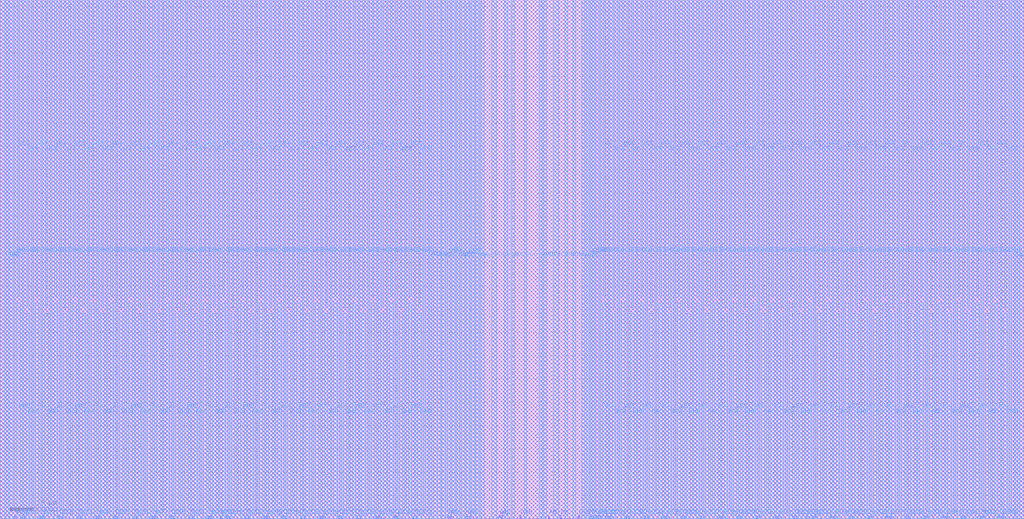
<source format=lef>
# ________________________________________________________________________________________________
# 
# 
#             Synchronous One-Port Register File Compiler
# 
#                 UMC 0.11um LL AE Logic Process
# 
# ________________________________________________________________________________________________
# 
#               
#         Copyright (C) 2024 Faraday Technology Corporation. All Rights Reserved.       
#                
#         This source code is an unpublished work belongs to Faraday Technology Corporation       
#         It is considered a trade secret and is not to be divulged or       
#         used by parties who have not received written authorization from       
#         Faraday Technology Corporation       
#                
#         Faraday's home page can be found at: http://www.faraday-tech.com/       
#                
# ________________________________________________________________________________________________
# 
#        IP Name            :  FSR0K_B_SY                
#        IP Version         :  1.4.0                     
#        IP Release Status  :  Active                    
#        Word               :  128                       
#        Bit                :  11                        
#        Byte               :  4                         
#        Mux                :  2                         
#        Output Loading     :  0.01                      
#        Clock Input Slew   :  0.016                     
#        Data Input Slew    :  0.016                     
#        Ring Type          :  Ringless Model            
#        Ring Width         :  0                         
#        Bus Format         :  0                         
#        Memaker Path       :  /home/mem/Desktop/memlib  
#        GUI Version        :  m20230904                 
#        Date               :  2024/09/07 15:31:53       
# ________________________________________________________________________________________________
# 

VERSION 5.5 ;
NAMESCASESENSITIVE ON ;
MACRO SYKB110_128X11X4CM2
CLASS BLOCK ;
FOREIGN SYKB110_128X11X4CM2 0.000 0.000 ;
ORIGIN 0.000 0.000 ;
SIZE 219.675 BY 111.491 ;
SYMMETRY x y r90 ;
SITE core ;
PIN GND
  DIRECTION INOUT ;
  USE GROUND ;
 PORT
  LAYER ME4 ;
  RECT 132.510 1.781 132.850 111.491 ;
 END
 PORT
  LAYER ME4 ;
  RECT 128.506 1.781 128.846 111.491 ;
 END
 PORT
  LAYER ME4 ;
  RECT 130.508 1.781 130.848 111.491 ;
 END
 PORT
  LAYER ME4 ;
  RECT 131.319 0.000 132.039 44.094 ;
 END
 PORT
  LAYER ME4 ;
  RECT 136.514 1.781 136.854 111.491 ;
 END
 PORT
  LAYER ME4 ;
  RECT 134.512 1.781 134.852 111.491 ;
 END
 PORT
  LAYER ME4 ;
  RECT 135.323 0.000 136.043 44.094 ;
 END
 PORT
  LAYER ME4 ;
  RECT 140.518 1.781 140.858 111.491 ;
 END
 PORT
  LAYER ME4 ;
  RECT 138.516 1.781 138.856 111.491 ;
 END
 PORT
  LAYER ME4 ;
  RECT 139.327 0.000 140.047 44.094 ;
 END
 PORT
  LAYER ME4 ;
  RECT 144.522 1.781 144.862 111.491 ;
 END
 PORT
  LAYER ME4 ;
  RECT 142.520 1.781 142.860 111.491 ;
 END
 PORT
  LAYER ME4 ;
  RECT 143.331 0.000 144.051 44.094 ;
 END
 PORT
  LAYER ME4 ;
  RECT 148.526 1.781 148.866 111.491 ;
 END
 PORT
  LAYER ME4 ;
  RECT 146.524 1.781 146.864 111.491 ;
 END
 PORT
  LAYER ME4 ;
  RECT 147.335 0.000 148.055 44.094 ;
 END
 PORT
  LAYER ME4 ;
  RECT 152.530 1.781 152.870 111.491 ;
 END
 PORT
  LAYER ME4 ;
  RECT 150.528 1.781 150.868 111.491 ;
 END
 PORT
  LAYER ME4 ;
  RECT 151.339 0.000 152.059 44.094 ;
 END
 PORT
  LAYER ME4 ;
  RECT 156.534 1.781 156.874 111.491 ;
 END
 PORT
  LAYER ME4 ;
  RECT 154.532 1.781 154.872 111.491 ;
 END
 PORT
  LAYER ME4 ;
  RECT 155.343 0.000 156.063 44.094 ;
 END
 PORT
  LAYER ME4 ;
  RECT 160.538 1.781 160.878 111.491 ;
 END
 PORT
  LAYER ME4 ;
  RECT 158.536 1.781 158.876 111.491 ;
 END
 PORT
  LAYER ME4 ;
  RECT 159.347 0.000 160.067 44.094 ;
 END
 PORT
  LAYER ME4 ;
  RECT 164.542 1.781 164.882 111.491 ;
 END
 PORT
  LAYER ME4 ;
  RECT 162.540 1.781 162.880 111.491 ;
 END
 PORT
  LAYER ME4 ;
  RECT 163.351 0.000 164.071 44.094 ;
 END
 PORT
  LAYER ME4 ;
  RECT 168.546 1.781 168.886 111.491 ;
 END
 PORT
  LAYER ME4 ;
  RECT 166.544 1.781 166.884 111.491 ;
 END
 PORT
  LAYER ME4 ;
  RECT 167.355 0.000 168.075 44.094 ;
 END
 PORT
  LAYER ME4 ;
  RECT 172.550 1.781 172.890 111.491 ;
 END
 PORT
  LAYER ME4 ;
  RECT 170.548 1.781 170.888 111.491 ;
 END
 PORT
  LAYER ME4 ;
  RECT 171.359 0.000 172.079 44.094 ;
 END
 PORT
  LAYER ME4 ;
  RECT 176.554 1.781 176.894 111.491 ;
 END
 PORT
  LAYER ME4 ;
  RECT 174.552 1.781 174.892 111.491 ;
 END
 PORT
  LAYER ME4 ;
  RECT 175.363 0.000 176.083 44.094 ;
 END
 PORT
  LAYER ME4 ;
  RECT 180.558 1.781 180.898 111.491 ;
 END
 PORT
  LAYER ME4 ;
  RECT 178.556 1.781 178.896 111.491 ;
 END
 PORT
  LAYER ME4 ;
  RECT 179.367 0.000 180.087 44.094 ;
 END
 PORT
  LAYER ME4 ;
  RECT 184.562 1.781 184.902 111.491 ;
 END
 PORT
  LAYER ME4 ;
  RECT 182.560 1.781 182.900 111.491 ;
 END
 PORT
  LAYER ME4 ;
  RECT 183.371 0.000 184.091 44.094 ;
 END
 PORT
  LAYER ME4 ;
  RECT 188.566 1.781 188.906 111.491 ;
 END
 PORT
  LAYER ME4 ;
  RECT 186.564 1.781 186.904 111.491 ;
 END
 PORT
  LAYER ME4 ;
  RECT 187.375 0.000 188.095 44.094 ;
 END
 PORT
  LAYER ME4 ;
  RECT 192.570 1.781 192.910 111.491 ;
 END
 PORT
  LAYER ME4 ;
  RECT 190.568 1.781 190.908 111.491 ;
 END
 PORT
  LAYER ME4 ;
  RECT 191.379 0.000 192.099 44.094 ;
 END
 PORT
  LAYER ME4 ;
  RECT 196.574 1.781 196.914 111.491 ;
 END
 PORT
  LAYER ME4 ;
  RECT 194.572 1.781 194.912 111.491 ;
 END
 PORT
  LAYER ME4 ;
  RECT 195.383 0.000 196.103 44.094 ;
 END
 PORT
  LAYER ME4 ;
  RECT 200.578 1.781 200.918 111.491 ;
 END
 PORT
  LAYER ME4 ;
  RECT 198.576 1.781 198.916 111.491 ;
 END
 PORT
  LAYER ME4 ;
  RECT 199.387 0.000 200.107 44.094 ;
 END
 PORT
  LAYER ME4 ;
  RECT 204.582 1.781 204.922 111.491 ;
 END
 PORT
  LAYER ME4 ;
  RECT 202.580 1.781 202.920 111.491 ;
 END
 PORT
  LAYER ME4 ;
  RECT 203.391 0.000 204.111 44.094 ;
 END
 PORT
  LAYER ME4 ;
  RECT 208.586 1.781 208.926 111.491 ;
 END
 PORT
  LAYER ME4 ;
  RECT 206.584 1.781 206.924 111.491 ;
 END
 PORT
  LAYER ME4 ;
  RECT 207.395 0.000 208.115 44.094 ;
 END
 PORT
  LAYER ME4 ;
  RECT 212.590 1.781 212.930 111.491 ;
 END
 PORT
  LAYER ME4 ;
  RECT 210.588 1.781 210.928 111.491 ;
 END
 PORT
  LAYER ME4 ;
  RECT 211.399 0.000 212.119 44.094 ;
 END
 PORT
  LAYER ME4 ;
  RECT 216.594 1.781 216.934 111.491 ;
 END
 PORT
  LAYER ME4 ;
  RECT 214.592 1.781 214.932 111.491 ;
 END
 PORT
  LAYER ME4 ;
  RECT 215.403 0.000 216.123 44.094 ;
 END
 PORT
  LAYER ME4 ;
  RECT 217.595 0.000 217.935 111.491 ;
 END
 PORT
  LAYER ME4 ;
  RECT 109.649 0.000 110.369 111.491 ;
 END
 PORT
  LAYER ME4 ;
  RECT 115.643 0.000 116.363 111.491 ;
 END
 PORT
  LAYER ME4 ;
  RECT 121.114 0.000 121.834 111.491 ;
 END
 PORT
  LAYER ME4 ;
  RECT 122.829 0.000 123.549 111.491 ;
 END
 PORT
  LAYER ME4 ;
  RECT 125.825 0.000 126.425 111.491 ;
 END
 PORT
  LAYER ME4 ;
  RECT 127.505 1.781 127.845 111.491 ;
 END
 PORT
  LAYER ME4 ;
  RECT 102.090 0.000 102.810 111.491 ;
 END
 PORT
  LAYER ME4 ;
  RECT 100.050 1.781 100.770 110.732 ;
 END
 PORT
  LAYER ME4 ;
  RECT 97.930 0.000 98.650 111.491 ;
 END
 PORT
  LAYER ME4 ;
  RECT 95.890 1.781 96.610 111.491 ;
 END
 PORT
  LAYER ME4 ;
  RECT 1.740 0.000 2.080 111.491 ;
 END
 PORT
  LAYER ME4 ;
  RECT 6.745 1.781 7.085 111.491 ;
 END
 PORT
  LAYER ME4 ;
  RECT 2.741 1.781 3.081 111.491 ;
 END
 PORT
  LAYER ME4 ;
  RECT 4.743 1.781 5.083 111.491 ;
 END
 PORT
  LAYER ME4 ;
  RECT 5.554 0.000 6.274 44.094 ;
 END
 PORT
  LAYER ME4 ;
  RECT 10.749 1.781 11.089 111.491 ;
 END
 PORT
  LAYER ME4 ;
  RECT 8.747 1.781 9.087 111.491 ;
 END
 PORT
  LAYER ME4 ;
  RECT 9.558 0.000 10.278 44.094 ;
 END
 PORT
  LAYER ME4 ;
  RECT 14.753 1.781 15.093 111.491 ;
 END
 PORT
  LAYER ME4 ;
  RECT 12.751 1.781 13.091 111.491 ;
 END
 PORT
  LAYER ME4 ;
  RECT 13.562 0.000 14.282 44.094 ;
 END
 PORT
  LAYER ME4 ;
  RECT 18.757 1.781 19.097 111.491 ;
 END
 PORT
  LAYER ME4 ;
  RECT 16.755 1.781 17.095 111.491 ;
 END
 PORT
  LAYER ME4 ;
  RECT 17.566 0.000 18.286 44.094 ;
 END
 PORT
  LAYER ME4 ;
  RECT 22.761 1.781 23.101 111.491 ;
 END
 PORT
  LAYER ME4 ;
  RECT 20.759 1.781 21.099 111.491 ;
 END
 PORT
  LAYER ME4 ;
  RECT 21.570 0.000 22.290 44.094 ;
 END
 PORT
  LAYER ME4 ;
  RECT 26.765 1.781 27.105 111.491 ;
 END
 PORT
  LAYER ME4 ;
  RECT 24.763 1.781 25.103 111.491 ;
 END
 PORT
  LAYER ME4 ;
  RECT 25.574 0.000 26.294 44.094 ;
 END
 PORT
  LAYER ME4 ;
  RECT 30.769 1.781 31.109 111.491 ;
 END
 PORT
  LAYER ME4 ;
  RECT 28.767 1.781 29.107 111.491 ;
 END
 PORT
  LAYER ME4 ;
  RECT 29.578 0.000 30.298 44.094 ;
 END
 PORT
  LAYER ME4 ;
  RECT 34.773 1.781 35.113 111.491 ;
 END
 PORT
  LAYER ME4 ;
  RECT 32.771 1.781 33.111 111.491 ;
 END
 PORT
  LAYER ME4 ;
  RECT 33.582 0.000 34.302 44.094 ;
 END
 PORT
  LAYER ME4 ;
  RECT 38.777 1.781 39.117 111.491 ;
 END
 PORT
  LAYER ME4 ;
  RECT 36.775 1.781 37.115 111.491 ;
 END
 PORT
  LAYER ME4 ;
  RECT 37.586 0.000 38.306 44.094 ;
 END
 PORT
  LAYER ME4 ;
  RECT 42.781 1.781 43.121 111.491 ;
 END
 PORT
  LAYER ME4 ;
  RECT 40.779 1.781 41.119 111.491 ;
 END
 PORT
  LAYER ME4 ;
  RECT 41.590 0.000 42.310 44.094 ;
 END
 PORT
  LAYER ME4 ;
  RECT 46.785 1.781 47.125 111.491 ;
 END
 PORT
  LAYER ME4 ;
  RECT 44.783 1.781 45.123 111.491 ;
 END
 PORT
  LAYER ME4 ;
  RECT 45.594 0.000 46.314 44.094 ;
 END
 PORT
  LAYER ME4 ;
  RECT 50.789 1.781 51.129 111.491 ;
 END
 PORT
  LAYER ME4 ;
  RECT 48.787 1.781 49.127 111.491 ;
 END
 PORT
  LAYER ME4 ;
  RECT 49.598 0.000 50.318 44.094 ;
 END
 PORT
  LAYER ME4 ;
  RECT 54.793 1.781 55.133 111.491 ;
 END
 PORT
  LAYER ME4 ;
  RECT 52.791 1.781 53.131 111.491 ;
 END
 PORT
  LAYER ME4 ;
  RECT 53.602 0.000 54.322 44.094 ;
 END
 PORT
  LAYER ME4 ;
  RECT 58.797 1.781 59.137 111.491 ;
 END
 PORT
  LAYER ME4 ;
  RECT 56.795 1.781 57.135 111.491 ;
 END
 PORT
  LAYER ME4 ;
  RECT 57.606 0.000 58.326 44.094 ;
 END
 PORT
  LAYER ME4 ;
  RECT 62.801 1.781 63.141 111.491 ;
 END
 PORT
  LAYER ME4 ;
  RECT 60.799 1.781 61.139 111.491 ;
 END
 PORT
  LAYER ME4 ;
  RECT 61.610 0.000 62.330 44.094 ;
 END
 PORT
  LAYER ME4 ;
  RECT 66.805 1.781 67.145 111.491 ;
 END
 PORT
  LAYER ME4 ;
  RECT 64.803 1.781 65.143 111.491 ;
 END
 PORT
  LAYER ME4 ;
  RECT 65.614 0.000 66.334 44.094 ;
 END
 PORT
  LAYER ME4 ;
  RECT 70.809 1.781 71.149 111.491 ;
 END
 PORT
  LAYER ME4 ;
  RECT 68.807 1.781 69.147 111.491 ;
 END
 PORT
  LAYER ME4 ;
  RECT 69.618 0.000 70.338 44.094 ;
 END
 PORT
  LAYER ME4 ;
  RECT 74.813 1.781 75.153 111.491 ;
 END
 PORT
  LAYER ME4 ;
  RECT 72.811 1.781 73.151 111.491 ;
 END
 PORT
  LAYER ME4 ;
  RECT 73.622 0.000 74.342 44.094 ;
 END
 PORT
  LAYER ME4 ;
  RECT 78.817 1.781 79.157 111.491 ;
 END
 PORT
  LAYER ME4 ;
  RECT 76.815 1.781 77.155 111.491 ;
 END
 PORT
  LAYER ME4 ;
  RECT 77.626 0.000 78.346 44.094 ;
 END
 PORT
  LAYER ME4 ;
  RECT 82.821 1.781 83.161 111.491 ;
 END
 PORT
  LAYER ME4 ;
  RECT 80.819 1.781 81.159 111.491 ;
 END
 PORT
  LAYER ME4 ;
  RECT 81.630 0.000 82.350 44.094 ;
 END
 PORT
  LAYER ME4 ;
  RECT 86.825 1.781 87.165 111.491 ;
 END
 PORT
  LAYER ME4 ;
  RECT 84.823 1.781 85.163 111.491 ;
 END
 PORT
  LAYER ME4 ;
  RECT 85.634 0.000 86.354 44.094 ;
 END
 PORT
  LAYER ME4 ;
  RECT 90.829 1.781 91.169 111.491 ;
 END
 PORT
  LAYER ME4 ;
  RECT 88.827 1.781 89.167 111.491 ;
 END
 PORT
  LAYER ME4 ;
  RECT 89.638 0.000 90.358 44.094 ;
 END
 PORT
  LAYER ME4 ;
  RECT 93.770 0.000 94.490 111.491 ;
 END
 PORT
  LAYER ME4 ;
  RECT 91.830 0.000 92.170 111.491 ;
 END
END GND
PIN VCC
  DIRECTION INOUT ;
  USE POWER ;
 PORT
  LAYER ME4 ;
  RECT 131.509 45.394 131.849 111.491 ;
 END
 PORT
  LAYER ME4 ;
  RECT 129.317 0.000 130.037 46.394 ;
 END
 PORT
  LAYER ME4 ;
  RECT 135.513 45.394 135.853 111.491 ;
 END
 PORT
  LAYER ME4 ;
  RECT 133.321 0.000 134.041 46.394 ;
 END
 PORT
  LAYER ME4 ;
  RECT 139.517 45.394 139.857 111.491 ;
 END
 PORT
  LAYER ME4 ;
  RECT 137.325 0.000 138.045 46.394 ;
 END
 PORT
  LAYER ME4 ;
  RECT 143.521 45.394 143.861 111.491 ;
 END
 PORT
  LAYER ME4 ;
  RECT 141.329 0.000 142.049 46.394 ;
 END
 PORT
  LAYER ME4 ;
  RECT 147.525 45.394 147.865 111.491 ;
 END
 PORT
  LAYER ME4 ;
  RECT 145.333 0.000 146.053 46.394 ;
 END
 PORT
  LAYER ME4 ;
  RECT 151.529 45.394 151.869 111.491 ;
 END
 PORT
  LAYER ME4 ;
  RECT 149.337 0.000 150.057 46.394 ;
 END
 PORT
  LAYER ME4 ;
  RECT 155.533 45.394 155.873 111.491 ;
 END
 PORT
  LAYER ME4 ;
  RECT 153.341 0.000 154.061 46.394 ;
 END
 PORT
  LAYER ME4 ;
  RECT 159.537 45.394 159.877 111.491 ;
 END
 PORT
  LAYER ME4 ;
  RECT 157.345 0.000 158.065 46.394 ;
 END
 PORT
  LAYER ME4 ;
  RECT 163.541 45.394 163.881 111.491 ;
 END
 PORT
  LAYER ME4 ;
  RECT 161.349 0.000 162.069 46.394 ;
 END
 PORT
  LAYER ME4 ;
  RECT 167.545 45.394 167.885 111.491 ;
 END
 PORT
  LAYER ME4 ;
  RECT 165.353 0.000 166.073 46.394 ;
 END
 PORT
  LAYER ME4 ;
  RECT 171.549 45.394 171.889 111.491 ;
 END
 PORT
  LAYER ME4 ;
  RECT 169.357 0.000 170.077 46.394 ;
 END
 PORT
  LAYER ME4 ;
  RECT 175.553 45.394 175.893 111.491 ;
 END
 PORT
  LAYER ME4 ;
  RECT 173.361 0.000 174.081 46.394 ;
 END
 PORT
  LAYER ME4 ;
  RECT 179.557 45.394 179.897 111.491 ;
 END
 PORT
  LAYER ME4 ;
  RECT 177.365 0.000 178.085 46.394 ;
 END
 PORT
  LAYER ME4 ;
  RECT 183.561 45.394 183.901 111.491 ;
 END
 PORT
  LAYER ME4 ;
  RECT 181.369 0.000 182.089 46.394 ;
 END
 PORT
  LAYER ME4 ;
  RECT 187.565 45.394 187.905 111.491 ;
 END
 PORT
  LAYER ME4 ;
  RECT 185.373 0.000 186.093 46.394 ;
 END
 PORT
  LAYER ME4 ;
  RECT 191.569 45.394 191.909 111.491 ;
 END
 PORT
  LAYER ME4 ;
  RECT 189.377 0.000 190.097 46.394 ;
 END
 PORT
  LAYER ME4 ;
  RECT 195.573 45.394 195.913 111.491 ;
 END
 PORT
  LAYER ME4 ;
  RECT 193.381 0.000 194.101 46.394 ;
 END
 PORT
  LAYER ME4 ;
  RECT 199.577 45.394 199.917 111.491 ;
 END
 PORT
  LAYER ME4 ;
  RECT 197.385 0.000 198.105 46.394 ;
 END
 PORT
  LAYER ME4 ;
  RECT 203.581 45.394 203.921 111.491 ;
 END
 PORT
  LAYER ME4 ;
  RECT 201.389 0.000 202.109 46.394 ;
 END
 PORT
  LAYER ME4 ;
  RECT 207.585 45.394 207.925 111.491 ;
 END
 PORT
  LAYER ME4 ;
  RECT 205.393 0.000 206.113 46.394 ;
 END
 PORT
  LAYER ME4 ;
  RECT 211.589 45.394 211.929 111.491 ;
 END
 PORT
  LAYER ME4 ;
  RECT 209.397 0.000 210.117 46.394 ;
 END
 PORT
  LAYER ME4 ;
  RECT 215.593 45.394 215.933 111.491 ;
 END
 PORT
  LAYER ME4 ;
  RECT 213.401 0.000 214.121 46.394 ;
 END
 PORT
  LAYER ME4 ;
  RECT 218.375 0.000 218.755 111.491 ;
 END
 PORT
  LAYER ME4 ;
  RECT 112.429 0.000 113.029 111.491 ;
 END
 PORT
  LAYER ME4 ;
  RECT 116.609 0.000 117.329 111.491 ;
 END
 PORT
  LAYER ME4 ;
  RECT 118.719 0.000 119.839 111.491 ;
 END
 PORT
  LAYER ME4 ;
  RECT 124.749 0.000 125.469 111.491 ;
 END
 PORT
  LAYER ME4 ;
  RECT 126.685 1.781 127.065 111.491 ;
 END
 PORT
  LAYER ME4 ;
  RECT 108.199 0.000 108.919 111.491 ;
 END
 PORT
  LAYER ME4 ;
  RECT 105.484 0.000 106.604 111.491 ;
 END
 PORT
  LAYER ME4 ;
  RECT 103.110 0.000 103.830 110.732 ;
 END
 PORT
  LAYER ME4 ;
  RECT 101.070 1.781 101.790 111.491 ;
 END
 PORT
  LAYER ME4 ;
  RECT 98.950 0.000 99.670 111.491 ;
 END
 PORT
  LAYER ME4 ;
  RECT 96.910 1.781 97.630 111.491 ;
 END
 PORT
  LAYER ME4 ;
  RECT 0.920 0.000 1.300 111.491 ;
 END
 PORT
  LAYER ME4 ;
  RECT 5.744 45.394 6.084 111.491 ;
 END
 PORT
  LAYER ME4 ;
  RECT 3.552 0.000 4.272 46.394 ;
 END
 PORT
  LAYER ME4 ;
  RECT 9.748 45.394 10.088 111.491 ;
 END
 PORT
  LAYER ME4 ;
  RECT 7.556 0.000 8.276 46.394 ;
 END
 PORT
  LAYER ME4 ;
  RECT 13.752 45.394 14.092 111.491 ;
 END
 PORT
  LAYER ME4 ;
  RECT 11.560 0.000 12.280 46.394 ;
 END
 PORT
  LAYER ME4 ;
  RECT 17.756 45.394 18.096 111.491 ;
 END
 PORT
  LAYER ME4 ;
  RECT 15.564 0.000 16.284 46.394 ;
 END
 PORT
  LAYER ME4 ;
  RECT 21.760 45.394 22.100 111.491 ;
 END
 PORT
  LAYER ME4 ;
  RECT 19.568 0.000 20.288 46.394 ;
 END
 PORT
  LAYER ME4 ;
  RECT 25.764 45.394 26.104 111.491 ;
 END
 PORT
  LAYER ME4 ;
  RECT 23.572 0.000 24.292 46.394 ;
 END
 PORT
  LAYER ME4 ;
  RECT 29.768 45.394 30.108 111.491 ;
 END
 PORT
  LAYER ME4 ;
  RECT 27.576 0.000 28.296 46.394 ;
 END
 PORT
  LAYER ME4 ;
  RECT 33.772 45.394 34.112 111.491 ;
 END
 PORT
  LAYER ME4 ;
  RECT 31.580 0.000 32.300 46.394 ;
 END
 PORT
  LAYER ME4 ;
  RECT 37.776 45.394 38.116 111.491 ;
 END
 PORT
  LAYER ME4 ;
  RECT 35.584 0.000 36.304 46.394 ;
 END
 PORT
  LAYER ME4 ;
  RECT 41.780 45.394 42.120 111.491 ;
 END
 PORT
  LAYER ME4 ;
  RECT 39.588 0.000 40.308 46.394 ;
 END
 PORT
  LAYER ME4 ;
  RECT 45.784 45.394 46.124 111.491 ;
 END
 PORT
  LAYER ME4 ;
  RECT 43.592 0.000 44.312 46.394 ;
 END
 PORT
  LAYER ME4 ;
  RECT 49.788 45.394 50.128 111.491 ;
 END
 PORT
  LAYER ME4 ;
  RECT 47.596 0.000 48.316 46.394 ;
 END
 PORT
  LAYER ME4 ;
  RECT 53.792 45.394 54.132 111.491 ;
 END
 PORT
  LAYER ME4 ;
  RECT 51.600 0.000 52.320 46.394 ;
 END
 PORT
  LAYER ME4 ;
  RECT 57.796 45.394 58.136 111.491 ;
 END
 PORT
  LAYER ME4 ;
  RECT 55.604 0.000 56.324 46.394 ;
 END
 PORT
  LAYER ME4 ;
  RECT 61.800 45.394 62.140 111.491 ;
 END
 PORT
  LAYER ME4 ;
  RECT 59.608 0.000 60.328 46.394 ;
 END
 PORT
  LAYER ME4 ;
  RECT 65.804 45.394 66.144 111.491 ;
 END
 PORT
  LAYER ME4 ;
  RECT 63.612 0.000 64.332 46.394 ;
 END
 PORT
  LAYER ME4 ;
  RECT 69.808 45.394 70.148 111.491 ;
 END
 PORT
  LAYER ME4 ;
  RECT 67.616 0.000 68.336 46.394 ;
 END
 PORT
  LAYER ME4 ;
  RECT 73.812 45.394 74.152 111.491 ;
 END
 PORT
  LAYER ME4 ;
  RECT 71.620 0.000 72.340 46.394 ;
 END
 PORT
  LAYER ME4 ;
  RECT 77.816 45.394 78.156 111.491 ;
 END
 PORT
  LAYER ME4 ;
  RECT 75.624 0.000 76.344 46.394 ;
 END
 PORT
  LAYER ME4 ;
  RECT 81.820 45.394 82.160 111.491 ;
 END
 PORT
  LAYER ME4 ;
  RECT 79.628 0.000 80.348 46.394 ;
 END
 PORT
  LAYER ME4 ;
  RECT 85.824 45.394 86.164 111.491 ;
 END
 PORT
  LAYER ME4 ;
  RECT 83.632 0.000 84.352 46.394 ;
 END
 PORT
  LAYER ME4 ;
  RECT 89.828 45.394 90.168 111.491 ;
 END
 PORT
  LAYER ME4 ;
  RECT 87.636 0.000 88.356 46.394 ;
 END
 PORT
  LAYER ME4 ;
  RECT 94.790 0.000 95.510 111.491 ;
 END
 PORT
  LAYER ME4 ;
  RECT 92.610 0.000 92.990 111.491 ;
 END
 PORT
  LAYER ME4 ;
  RECT 129.507 47.744 129.847 111.491 ;
 END
 PORT
  LAYER ME4 ;
  RECT 133.511 47.744 133.851 111.491 ;
 END
 PORT
  LAYER ME4 ;
  RECT 137.515 47.744 137.855 111.491 ;
 END
 PORT
  LAYER ME4 ;
  RECT 141.519 47.744 141.859 111.491 ;
 END
 PORT
  LAYER ME4 ;
  RECT 145.523 47.744 145.863 111.491 ;
 END
 PORT
  LAYER ME4 ;
  RECT 149.527 47.744 149.867 111.491 ;
 END
 PORT
  LAYER ME4 ;
  RECT 153.531 47.744 153.871 111.491 ;
 END
 PORT
  LAYER ME4 ;
  RECT 157.535 47.744 157.875 111.491 ;
 END
 PORT
  LAYER ME4 ;
  RECT 161.539 47.744 161.879 111.491 ;
 END
 PORT
  LAYER ME4 ;
  RECT 165.543 47.744 165.883 111.491 ;
 END
 PORT
  LAYER ME4 ;
  RECT 169.547 47.744 169.887 111.491 ;
 END
 PORT
  LAYER ME4 ;
  RECT 173.551 47.744 173.891 111.491 ;
 END
 PORT
  LAYER ME4 ;
  RECT 177.555 47.744 177.895 111.491 ;
 END
 PORT
  LAYER ME4 ;
  RECT 181.559 47.744 181.899 111.491 ;
 END
 PORT
  LAYER ME4 ;
  RECT 185.563 47.744 185.903 111.491 ;
 END
 PORT
  LAYER ME4 ;
  RECT 189.567 47.744 189.907 111.491 ;
 END
 PORT
  LAYER ME4 ;
  RECT 193.571 47.744 193.911 111.491 ;
 END
 PORT
  LAYER ME4 ;
  RECT 197.575 47.744 197.915 111.491 ;
 END
 PORT
  LAYER ME4 ;
  RECT 201.579 47.744 201.919 111.491 ;
 END
 PORT
  LAYER ME4 ;
  RECT 205.583 47.744 205.923 111.491 ;
 END
 PORT
  LAYER ME4 ;
  RECT 209.587 47.744 209.927 111.491 ;
 END
 PORT
  LAYER ME4 ;
  RECT 213.591 47.744 213.931 111.491 ;
 END
 PORT
  LAYER ME4 ;
  RECT 3.742 47.744 4.082 111.491 ;
 END
 PORT
  LAYER ME4 ;
  RECT 7.746 47.744 8.086 111.491 ;
 END
 PORT
  LAYER ME4 ;
  RECT 11.750 47.744 12.090 111.491 ;
 END
 PORT
  LAYER ME4 ;
  RECT 15.754 47.744 16.094 111.491 ;
 END
 PORT
  LAYER ME4 ;
  RECT 19.758 47.744 20.098 111.491 ;
 END
 PORT
  LAYER ME4 ;
  RECT 23.762 47.744 24.102 111.491 ;
 END
 PORT
  LAYER ME4 ;
  RECT 27.766 47.744 28.106 111.491 ;
 END
 PORT
  LAYER ME4 ;
  RECT 31.770 47.744 32.110 111.491 ;
 END
 PORT
  LAYER ME4 ;
  RECT 35.774 47.744 36.114 111.491 ;
 END
 PORT
  LAYER ME4 ;
  RECT 39.778 47.744 40.118 111.491 ;
 END
 PORT
  LAYER ME4 ;
  RECT 43.782 47.744 44.122 111.491 ;
 END
 PORT
  LAYER ME4 ;
  RECT 47.786 47.744 48.126 111.491 ;
 END
 PORT
  LAYER ME4 ;
  RECT 51.790 47.744 52.130 111.491 ;
 END
 PORT
  LAYER ME4 ;
  RECT 55.794 47.744 56.134 111.491 ;
 END
 PORT
  LAYER ME4 ;
  RECT 59.798 47.744 60.138 111.491 ;
 END
 PORT
  LAYER ME4 ;
  RECT 63.802 47.744 64.142 111.491 ;
 END
 PORT
  LAYER ME4 ;
  RECT 67.806 47.744 68.146 111.491 ;
 END
 PORT
  LAYER ME4 ;
  RECT 71.810 47.744 72.150 111.491 ;
 END
 PORT
  LAYER ME4 ;
  RECT 75.814 47.744 76.154 111.491 ;
 END
 PORT
  LAYER ME4 ;
  RECT 79.818 47.744 80.158 111.491 ;
 END
 PORT
  LAYER ME4 ;
  RECT 83.822 47.744 84.162 111.491 ;
 END
 PORT
  LAYER ME4 ;
  RECT 87.826 47.744 88.166 111.491 ;
 END
END VCC
PIN DI21
  DIRECTION INPUT ;
 PORT
  LAYER ME4 ;
  RECT 89.118 0.000 89.438 0.600 ;
  LAYER ME3 ;
  RECT 89.118 0.000 89.438 0.600 ;
  LAYER ME2 ;
  RECT 89.118 0.000 89.438 0.600 ;
  LAYER ME1 ;
  RECT 89.118 0.000 89.438 0.600 ;
 END
 ANTENNAPARTIALMETALAREA                  1.058 LAYER ME2 ;
 ANTENNAGATEAREA                          0.072 LAYER ME2 ;
 ANTENNAGATEAREA                          0.072 LAYER ME3 ;
 ANTENNAGATEAREA                          0.072 LAYER ME4 ;
 ANTENNADIFFAREA                          0.160 LAYER ME2 ;
 ANTENNADIFFAREA                          0.160 LAYER ME3 ;
 ANTENNADIFFAREA                          0.160 LAYER ME4 ;
 ANTENNAMAXAREACAR                       21.782 LAYER ME2 ;
 ANTENNAMAXAREACAR                       24.449 LAYER ME3 ;
 ANTENNAMAXAREACAR                       27.116 LAYER ME4 ;
END DI21
PIN DO21
  DIRECTION OUTPUT ;
 PORT
  LAYER ME4 ;
  RECT 88.556 0.000 88.876 0.600 ;
  LAYER ME3 ;
  RECT 88.556 0.000 88.876 0.600 ;
  LAYER ME2 ;
  RECT 88.556 0.000 88.876 0.600 ;
  LAYER ME1 ;
  RECT 88.556 0.000 88.876 0.600 ;
 END
 ANTENNAPARTIALMETALAREA                  5.273 LAYER ME2 ;
 ANTENNADIFFAREA                          1.293 LAYER ME2 ;
 ANTENNADIFFAREA                          1.293 LAYER ME3 ;
 ANTENNADIFFAREA                          1.293 LAYER ME4 ;
END DO21
PIN DI20
  DIRECTION INPUT ;
 PORT
  LAYER ME4 ;
  RECT 85.114 0.000 85.434 0.600 ;
  LAYER ME3 ;
  RECT 85.114 0.000 85.434 0.600 ;
  LAYER ME2 ;
  RECT 85.114 0.000 85.434 0.600 ;
  LAYER ME1 ;
  RECT 85.114 0.000 85.434 0.600 ;
 END
 ANTENNAPARTIALMETALAREA                  1.058 LAYER ME2 ;
 ANTENNAGATEAREA                          0.072 LAYER ME2 ;
 ANTENNAGATEAREA                          0.072 LAYER ME3 ;
 ANTENNAGATEAREA                          0.072 LAYER ME4 ;
 ANTENNADIFFAREA                          0.160 LAYER ME2 ;
 ANTENNADIFFAREA                          0.160 LAYER ME3 ;
 ANTENNADIFFAREA                          0.160 LAYER ME4 ;
 ANTENNAMAXAREACAR                       21.782 LAYER ME2 ;
 ANTENNAMAXAREACAR                       24.449 LAYER ME3 ;
 ANTENNAMAXAREACAR                       27.116 LAYER ME4 ;
END DI20
PIN DO20
  DIRECTION OUTPUT ;
 PORT
  LAYER ME4 ;
  RECT 84.552 0.000 84.872 0.600 ;
  LAYER ME3 ;
  RECT 84.552 0.000 84.872 0.600 ;
  LAYER ME2 ;
  RECT 84.552 0.000 84.872 0.600 ;
  LAYER ME1 ;
  RECT 84.552 0.000 84.872 0.600 ;
 END
 ANTENNAPARTIALMETALAREA                  5.273 LAYER ME2 ;
 ANTENNADIFFAREA                          1.293 LAYER ME2 ;
 ANTENNADIFFAREA                          1.293 LAYER ME3 ;
 ANTENNADIFFAREA                          1.293 LAYER ME4 ;
END DO20
PIN DI19
  DIRECTION INPUT ;
 PORT
  LAYER ME4 ;
  RECT 81.110 0.000 81.430 0.600 ;
  LAYER ME3 ;
  RECT 81.110 0.000 81.430 0.600 ;
  LAYER ME2 ;
  RECT 81.110 0.000 81.430 0.600 ;
  LAYER ME1 ;
  RECT 81.110 0.000 81.430 0.600 ;
 END
 ANTENNAPARTIALMETALAREA                  1.058 LAYER ME2 ;
 ANTENNAGATEAREA                          0.072 LAYER ME2 ;
 ANTENNAGATEAREA                          0.072 LAYER ME3 ;
 ANTENNAGATEAREA                          0.072 LAYER ME4 ;
 ANTENNADIFFAREA                          0.160 LAYER ME2 ;
 ANTENNADIFFAREA                          0.160 LAYER ME3 ;
 ANTENNADIFFAREA                          0.160 LAYER ME4 ;
 ANTENNAMAXAREACAR                       21.782 LAYER ME2 ;
 ANTENNAMAXAREACAR                       24.449 LAYER ME3 ;
 ANTENNAMAXAREACAR                       27.116 LAYER ME4 ;
END DI19
PIN DO19
  DIRECTION OUTPUT ;
 PORT
  LAYER ME4 ;
  RECT 80.548 0.000 80.868 0.600 ;
  LAYER ME3 ;
  RECT 80.548 0.000 80.868 0.600 ;
  LAYER ME2 ;
  RECT 80.548 0.000 80.868 0.600 ;
  LAYER ME1 ;
  RECT 80.548 0.000 80.868 0.600 ;
 END
 ANTENNAPARTIALMETALAREA                  5.273 LAYER ME2 ;
 ANTENNADIFFAREA                          1.293 LAYER ME2 ;
 ANTENNADIFFAREA                          1.293 LAYER ME3 ;
 ANTENNADIFFAREA                          1.293 LAYER ME4 ;
END DO19
PIN DI18
  DIRECTION INPUT ;
 PORT
  LAYER ME4 ;
  RECT 77.106 0.000 77.426 0.600 ;
  LAYER ME3 ;
  RECT 77.106 0.000 77.426 0.600 ;
  LAYER ME2 ;
  RECT 77.106 0.000 77.426 0.600 ;
  LAYER ME1 ;
  RECT 77.106 0.000 77.426 0.600 ;
 END
 ANTENNAPARTIALMETALAREA                  1.058 LAYER ME2 ;
 ANTENNAGATEAREA                          0.072 LAYER ME2 ;
 ANTENNAGATEAREA                          0.072 LAYER ME3 ;
 ANTENNAGATEAREA                          0.072 LAYER ME4 ;
 ANTENNADIFFAREA                          0.160 LAYER ME2 ;
 ANTENNADIFFAREA                          0.160 LAYER ME3 ;
 ANTENNADIFFAREA                          0.160 LAYER ME4 ;
 ANTENNAMAXAREACAR                       21.782 LAYER ME2 ;
 ANTENNAMAXAREACAR                       24.449 LAYER ME3 ;
 ANTENNAMAXAREACAR                       27.116 LAYER ME4 ;
END DI18
PIN DO18
  DIRECTION OUTPUT ;
 PORT
  LAYER ME4 ;
  RECT 76.544 0.000 76.864 0.600 ;
  LAYER ME3 ;
  RECT 76.544 0.000 76.864 0.600 ;
  LAYER ME2 ;
  RECT 76.544 0.000 76.864 0.600 ;
  LAYER ME1 ;
  RECT 76.544 0.000 76.864 0.600 ;
 END
 ANTENNAPARTIALMETALAREA                  5.273 LAYER ME2 ;
 ANTENNADIFFAREA                          1.293 LAYER ME2 ;
 ANTENNADIFFAREA                          1.293 LAYER ME3 ;
 ANTENNADIFFAREA                          1.293 LAYER ME4 ;
END DO18
PIN DI17
  DIRECTION INPUT ;
 PORT
  LAYER ME4 ;
  RECT 73.102 0.000 73.422 0.600 ;
  LAYER ME3 ;
  RECT 73.102 0.000 73.422 0.600 ;
  LAYER ME2 ;
  RECT 73.102 0.000 73.422 0.600 ;
  LAYER ME1 ;
  RECT 73.102 0.000 73.422 0.600 ;
 END
 ANTENNAPARTIALMETALAREA                  1.058 LAYER ME2 ;
 ANTENNAGATEAREA                          0.072 LAYER ME2 ;
 ANTENNAGATEAREA                          0.072 LAYER ME3 ;
 ANTENNAGATEAREA                          0.072 LAYER ME4 ;
 ANTENNADIFFAREA                          0.160 LAYER ME2 ;
 ANTENNADIFFAREA                          0.160 LAYER ME3 ;
 ANTENNADIFFAREA                          0.160 LAYER ME4 ;
 ANTENNAMAXAREACAR                       21.782 LAYER ME2 ;
 ANTENNAMAXAREACAR                       24.449 LAYER ME3 ;
 ANTENNAMAXAREACAR                       27.116 LAYER ME4 ;
END DI17
PIN DO17
  DIRECTION OUTPUT ;
 PORT
  LAYER ME4 ;
  RECT 72.540 0.000 72.860 0.600 ;
  LAYER ME3 ;
  RECT 72.540 0.000 72.860 0.600 ;
  LAYER ME2 ;
  RECT 72.540 0.000 72.860 0.600 ;
  LAYER ME1 ;
  RECT 72.540 0.000 72.860 0.600 ;
 END
 ANTENNAPARTIALMETALAREA                  5.273 LAYER ME2 ;
 ANTENNADIFFAREA                          1.293 LAYER ME2 ;
 ANTENNADIFFAREA                          1.293 LAYER ME3 ;
 ANTENNADIFFAREA                          1.293 LAYER ME4 ;
END DO17
PIN DI16
  DIRECTION INPUT ;
 PORT
  LAYER ME4 ;
  RECT 69.098 0.000 69.418 0.600 ;
  LAYER ME3 ;
  RECT 69.098 0.000 69.418 0.600 ;
  LAYER ME2 ;
  RECT 69.098 0.000 69.418 0.600 ;
  LAYER ME1 ;
  RECT 69.098 0.000 69.418 0.600 ;
 END
 ANTENNAPARTIALMETALAREA                  1.058 LAYER ME2 ;
 ANTENNAGATEAREA                          0.072 LAYER ME2 ;
 ANTENNAGATEAREA                          0.072 LAYER ME3 ;
 ANTENNAGATEAREA                          0.072 LAYER ME4 ;
 ANTENNADIFFAREA                          0.160 LAYER ME2 ;
 ANTENNADIFFAREA                          0.160 LAYER ME3 ;
 ANTENNADIFFAREA                          0.160 LAYER ME4 ;
 ANTENNAMAXAREACAR                       21.782 LAYER ME2 ;
 ANTENNAMAXAREACAR                       24.449 LAYER ME3 ;
 ANTENNAMAXAREACAR                       27.116 LAYER ME4 ;
END DI16
PIN DO16
  DIRECTION OUTPUT ;
 PORT
  LAYER ME4 ;
  RECT 68.536 0.000 68.856 0.600 ;
  LAYER ME3 ;
  RECT 68.536 0.000 68.856 0.600 ;
  LAYER ME2 ;
  RECT 68.536 0.000 68.856 0.600 ;
  LAYER ME1 ;
  RECT 68.536 0.000 68.856 0.600 ;
 END
 ANTENNAPARTIALMETALAREA                  5.273 LAYER ME2 ;
 ANTENNADIFFAREA                          1.293 LAYER ME2 ;
 ANTENNADIFFAREA                          1.293 LAYER ME3 ;
 ANTENNADIFFAREA                          1.293 LAYER ME4 ;
END DO16
PIN DI15
  DIRECTION INPUT ;
 PORT
  LAYER ME4 ;
  RECT 65.094 0.000 65.414 0.600 ;
  LAYER ME3 ;
  RECT 65.094 0.000 65.414 0.600 ;
  LAYER ME2 ;
  RECT 65.094 0.000 65.414 0.600 ;
  LAYER ME1 ;
  RECT 65.094 0.000 65.414 0.600 ;
 END
 ANTENNAPARTIALMETALAREA                  1.058 LAYER ME2 ;
 ANTENNAGATEAREA                          0.072 LAYER ME2 ;
 ANTENNAGATEAREA                          0.072 LAYER ME3 ;
 ANTENNAGATEAREA                          0.072 LAYER ME4 ;
 ANTENNADIFFAREA                          0.160 LAYER ME2 ;
 ANTENNADIFFAREA                          0.160 LAYER ME3 ;
 ANTENNADIFFAREA                          0.160 LAYER ME4 ;
 ANTENNAMAXAREACAR                       21.782 LAYER ME2 ;
 ANTENNAMAXAREACAR                       24.449 LAYER ME3 ;
 ANTENNAMAXAREACAR                       27.116 LAYER ME4 ;
END DI15
PIN DO15
  DIRECTION OUTPUT ;
 PORT
  LAYER ME4 ;
  RECT 64.532 0.000 64.852 0.600 ;
  LAYER ME3 ;
  RECT 64.532 0.000 64.852 0.600 ;
  LAYER ME2 ;
  RECT 64.532 0.000 64.852 0.600 ;
  LAYER ME1 ;
  RECT 64.532 0.000 64.852 0.600 ;
 END
 ANTENNAPARTIALMETALAREA                  5.273 LAYER ME2 ;
 ANTENNADIFFAREA                          1.293 LAYER ME2 ;
 ANTENNADIFFAREA                          1.293 LAYER ME3 ;
 ANTENNADIFFAREA                          1.293 LAYER ME4 ;
END DO15
PIN DI14
  DIRECTION INPUT ;
 PORT
  LAYER ME4 ;
  RECT 61.090 0.000 61.410 0.600 ;
  LAYER ME3 ;
  RECT 61.090 0.000 61.410 0.600 ;
  LAYER ME2 ;
  RECT 61.090 0.000 61.410 0.600 ;
  LAYER ME1 ;
  RECT 61.090 0.000 61.410 0.600 ;
 END
 ANTENNAPARTIALMETALAREA                  1.058 LAYER ME2 ;
 ANTENNAGATEAREA                          0.072 LAYER ME2 ;
 ANTENNAGATEAREA                          0.072 LAYER ME3 ;
 ANTENNAGATEAREA                          0.072 LAYER ME4 ;
 ANTENNADIFFAREA                          0.160 LAYER ME2 ;
 ANTENNADIFFAREA                          0.160 LAYER ME3 ;
 ANTENNADIFFAREA                          0.160 LAYER ME4 ;
 ANTENNAMAXAREACAR                       21.782 LAYER ME2 ;
 ANTENNAMAXAREACAR                       24.449 LAYER ME3 ;
 ANTENNAMAXAREACAR                       27.116 LAYER ME4 ;
END DI14
PIN DO14
  DIRECTION OUTPUT ;
 PORT
  LAYER ME4 ;
  RECT 60.528 0.000 60.848 0.600 ;
  LAYER ME3 ;
  RECT 60.528 0.000 60.848 0.600 ;
  LAYER ME2 ;
  RECT 60.528 0.000 60.848 0.600 ;
  LAYER ME1 ;
  RECT 60.528 0.000 60.848 0.600 ;
 END
 ANTENNAPARTIALMETALAREA                  5.273 LAYER ME2 ;
 ANTENNADIFFAREA                          1.293 LAYER ME2 ;
 ANTENNADIFFAREA                          1.293 LAYER ME3 ;
 ANTENNADIFFAREA                          1.293 LAYER ME4 ;
END DO14
PIN DI13
  DIRECTION INPUT ;
 PORT
  LAYER ME4 ;
  RECT 57.086 0.000 57.406 0.600 ;
  LAYER ME3 ;
  RECT 57.086 0.000 57.406 0.600 ;
  LAYER ME2 ;
  RECT 57.086 0.000 57.406 0.600 ;
  LAYER ME1 ;
  RECT 57.086 0.000 57.406 0.600 ;
 END
 ANTENNAPARTIALMETALAREA                  1.058 LAYER ME2 ;
 ANTENNAGATEAREA                          0.072 LAYER ME2 ;
 ANTENNAGATEAREA                          0.072 LAYER ME3 ;
 ANTENNAGATEAREA                          0.072 LAYER ME4 ;
 ANTENNADIFFAREA                          0.160 LAYER ME2 ;
 ANTENNADIFFAREA                          0.160 LAYER ME3 ;
 ANTENNADIFFAREA                          0.160 LAYER ME4 ;
 ANTENNAMAXAREACAR                       21.782 LAYER ME2 ;
 ANTENNAMAXAREACAR                       24.449 LAYER ME3 ;
 ANTENNAMAXAREACAR                       27.116 LAYER ME4 ;
END DI13
PIN DO13
  DIRECTION OUTPUT ;
 PORT
  LAYER ME4 ;
  RECT 56.524 0.000 56.844 0.600 ;
  LAYER ME3 ;
  RECT 56.524 0.000 56.844 0.600 ;
  LAYER ME2 ;
  RECT 56.524 0.000 56.844 0.600 ;
  LAYER ME1 ;
  RECT 56.524 0.000 56.844 0.600 ;
 END
 ANTENNAPARTIALMETALAREA                  5.273 LAYER ME2 ;
 ANTENNADIFFAREA                          1.293 LAYER ME2 ;
 ANTENNADIFFAREA                          1.293 LAYER ME3 ;
 ANTENNADIFFAREA                          1.293 LAYER ME4 ;
END DO13
PIN DI12
  DIRECTION INPUT ;
 PORT
  LAYER ME4 ;
  RECT 53.082 0.000 53.402 0.600 ;
  LAYER ME3 ;
  RECT 53.082 0.000 53.402 0.600 ;
  LAYER ME2 ;
  RECT 53.082 0.000 53.402 0.600 ;
  LAYER ME1 ;
  RECT 53.082 0.000 53.402 0.600 ;
 END
 ANTENNAPARTIALMETALAREA                  1.058 LAYER ME2 ;
 ANTENNAGATEAREA                          0.072 LAYER ME2 ;
 ANTENNAGATEAREA                          0.072 LAYER ME3 ;
 ANTENNAGATEAREA                          0.072 LAYER ME4 ;
 ANTENNADIFFAREA                          0.160 LAYER ME2 ;
 ANTENNADIFFAREA                          0.160 LAYER ME3 ;
 ANTENNADIFFAREA                          0.160 LAYER ME4 ;
 ANTENNAMAXAREACAR                       21.782 LAYER ME2 ;
 ANTENNAMAXAREACAR                       24.449 LAYER ME3 ;
 ANTENNAMAXAREACAR                       27.116 LAYER ME4 ;
END DI12
PIN DO12
  DIRECTION OUTPUT ;
 PORT
  LAYER ME4 ;
  RECT 52.520 0.000 52.840 0.600 ;
  LAYER ME3 ;
  RECT 52.520 0.000 52.840 0.600 ;
  LAYER ME2 ;
  RECT 52.520 0.000 52.840 0.600 ;
  LAYER ME1 ;
  RECT 52.520 0.000 52.840 0.600 ;
 END
 ANTENNAPARTIALMETALAREA                  5.273 LAYER ME2 ;
 ANTENNADIFFAREA                          1.293 LAYER ME2 ;
 ANTENNADIFFAREA                          1.293 LAYER ME3 ;
 ANTENNADIFFAREA                          1.293 LAYER ME4 ;
END DO12
PIN DI11
  DIRECTION INPUT ;
 PORT
  LAYER ME4 ;
  RECT 48.516 0.000 48.836 0.600 ;
  LAYER ME3 ;
  RECT 48.516 0.000 48.836 0.600 ;
  LAYER ME2 ;
  RECT 48.516 0.000 48.836 0.600 ;
  LAYER ME1 ;
  RECT 48.516 0.000 48.836 0.600 ;
 END
 ANTENNAPARTIALMETALAREA                  0.346 LAYER ME1 ;
 ANTENNAPARTIALMETALAREA                  1.466 LAYER ME2 ;
 ANTENNAPARTIALMETALAREA                  0.508 LAYER ME3 ;
 ANTENNAGATEAREA                          0.072 LAYER ME3 ;
 ANTENNAGATEAREA                          0.072 LAYER ME4 ;
 ANTENNADIFFAREA                          0.218 LAYER ME1 ;
 ANTENNADIFFAREA                          0.218 LAYER ME2 ;
 ANTENNADIFFAREA                          0.218 LAYER ME3 ;
 ANTENNADIFFAREA                          0.218 LAYER ME4 ;
 ANTENNAMAXAREACAR                       17.267 LAYER ME3 ;
 ANTENNAMAXAREACAR                       19.933 LAYER ME4 ;
END DI11
PIN DO11
  DIRECTION OUTPUT ;
 PORT
  LAYER ME4 ;
  RECT 49.078 0.000 49.398 0.600 ;
  LAYER ME3 ;
  RECT 49.078 0.000 49.398 0.600 ;
  LAYER ME2 ;
  RECT 49.078 0.000 49.398 0.600 ;
  LAYER ME1 ;
  RECT 49.078 0.000 49.398 0.600 ;
 END
 ANTENNAPARTIALMETALAREA                  5.602 LAYER ME2 ;
 ANTENNADIFFAREA                          1.293 LAYER ME2 ;
 ANTENNADIFFAREA                          1.293 LAYER ME3 ;
 ANTENNADIFFAREA                          1.293 LAYER ME4 ;
END DO11
PIN WEB1
  DIRECTION INPUT ;
 PORT
  LAYER ME4 ;
  RECT 47.076 0.000 47.396 0.600 ;
  LAYER ME3 ;
  RECT 47.076 0.000 47.396 0.600 ;
  LAYER ME2 ;
  RECT 47.076 0.000 47.396 0.600 ;
  LAYER ME1 ;
  RECT 47.076 0.000 47.396 0.600 ;
 END
 ANTENNAPARTIALMETALAREA                  1.036 LAYER ME2 ;
 ANTENNAGATEAREA                          0.288 LAYER ME2 ;
 ANTENNAGATEAREA                          0.288 LAYER ME3 ;
 ANTENNAGATEAREA                          0.288 LAYER ME4 ;
 ANTENNADIFFAREA                          0.206 LAYER ME2 ;
 ANTENNADIFFAREA                          0.206 LAYER ME3 ;
 ANTENNADIFFAREA                          0.206 LAYER ME4 ;
 ANTENNAMAXAREACAR                        5.844 LAYER ME2 ;
 ANTENNAMAXAREACAR                        6.511 LAYER ME3 ;
 ANTENNAMAXAREACAR                        7.178 LAYER ME4 ;
END WEB1
PIN DI10
  DIRECTION INPUT ;
 PORT
  LAYER ME4 ;
  RECT 45.074 0.000 45.394 0.600 ;
  LAYER ME3 ;
  RECT 45.074 0.000 45.394 0.600 ;
  LAYER ME2 ;
  RECT 45.074 0.000 45.394 0.600 ;
  LAYER ME1 ;
  RECT 45.074 0.000 45.394 0.600 ;
 END
 ANTENNAPARTIALMETALAREA                  1.058 LAYER ME2 ;
 ANTENNAGATEAREA                          0.072 LAYER ME2 ;
 ANTENNAGATEAREA                          0.072 LAYER ME3 ;
 ANTENNAGATEAREA                          0.072 LAYER ME4 ;
 ANTENNADIFFAREA                          0.160 LAYER ME2 ;
 ANTENNADIFFAREA                          0.160 LAYER ME3 ;
 ANTENNADIFFAREA                          0.160 LAYER ME4 ;
 ANTENNAMAXAREACAR                       21.782 LAYER ME2 ;
 ANTENNAMAXAREACAR                       24.449 LAYER ME3 ;
 ANTENNAMAXAREACAR                       27.116 LAYER ME4 ;
END DI10
PIN DO10
  DIRECTION OUTPUT ;
 PORT
  LAYER ME4 ;
  RECT 44.512 0.000 44.832 0.600 ;
  LAYER ME3 ;
  RECT 44.512 0.000 44.832 0.600 ;
  LAYER ME2 ;
  RECT 44.512 0.000 44.832 0.600 ;
  LAYER ME1 ;
  RECT 44.512 0.000 44.832 0.600 ;
 END
 ANTENNAPARTIALMETALAREA                  5.273 LAYER ME2 ;
 ANTENNADIFFAREA                          1.293 LAYER ME2 ;
 ANTENNADIFFAREA                          1.293 LAYER ME3 ;
 ANTENNADIFFAREA                          1.293 LAYER ME4 ;
END DO10
PIN DI9
  DIRECTION INPUT ;
 PORT
  LAYER ME4 ;
  RECT 41.070 0.000 41.390 0.600 ;
  LAYER ME3 ;
  RECT 41.070 0.000 41.390 0.600 ;
  LAYER ME2 ;
  RECT 41.070 0.000 41.390 0.600 ;
  LAYER ME1 ;
  RECT 41.070 0.000 41.390 0.600 ;
 END
 ANTENNAPARTIALMETALAREA                  1.058 LAYER ME2 ;
 ANTENNAGATEAREA                          0.072 LAYER ME2 ;
 ANTENNAGATEAREA                          0.072 LAYER ME3 ;
 ANTENNAGATEAREA                          0.072 LAYER ME4 ;
 ANTENNADIFFAREA                          0.160 LAYER ME2 ;
 ANTENNADIFFAREA                          0.160 LAYER ME3 ;
 ANTENNADIFFAREA                          0.160 LAYER ME4 ;
 ANTENNAMAXAREACAR                       21.782 LAYER ME2 ;
 ANTENNAMAXAREACAR                       24.449 LAYER ME3 ;
 ANTENNAMAXAREACAR                       27.116 LAYER ME4 ;
END DI9
PIN DO9
  DIRECTION OUTPUT ;
 PORT
  LAYER ME4 ;
  RECT 40.508 0.000 40.828 0.600 ;
  LAYER ME3 ;
  RECT 40.508 0.000 40.828 0.600 ;
  LAYER ME2 ;
  RECT 40.508 0.000 40.828 0.600 ;
  LAYER ME1 ;
  RECT 40.508 0.000 40.828 0.600 ;
 END
 ANTENNAPARTIALMETALAREA                  5.273 LAYER ME2 ;
 ANTENNADIFFAREA                          1.293 LAYER ME2 ;
 ANTENNADIFFAREA                          1.293 LAYER ME3 ;
 ANTENNADIFFAREA                          1.293 LAYER ME4 ;
END DO9
PIN DI8
  DIRECTION INPUT ;
 PORT
  LAYER ME4 ;
  RECT 37.066 0.000 37.386 0.600 ;
  LAYER ME3 ;
  RECT 37.066 0.000 37.386 0.600 ;
  LAYER ME2 ;
  RECT 37.066 0.000 37.386 0.600 ;
  LAYER ME1 ;
  RECT 37.066 0.000 37.386 0.600 ;
 END
 ANTENNAPARTIALMETALAREA                  1.058 LAYER ME2 ;
 ANTENNAGATEAREA                          0.072 LAYER ME2 ;
 ANTENNAGATEAREA                          0.072 LAYER ME3 ;
 ANTENNAGATEAREA                          0.072 LAYER ME4 ;
 ANTENNADIFFAREA                          0.160 LAYER ME2 ;
 ANTENNADIFFAREA                          0.160 LAYER ME3 ;
 ANTENNADIFFAREA                          0.160 LAYER ME4 ;
 ANTENNAMAXAREACAR                       21.782 LAYER ME2 ;
 ANTENNAMAXAREACAR                       24.449 LAYER ME3 ;
 ANTENNAMAXAREACAR                       27.116 LAYER ME4 ;
END DI8
PIN DO8
  DIRECTION OUTPUT ;
 PORT
  LAYER ME4 ;
  RECT 36.504 0.000 36.824 0.600 ;
  LAYER ME3 ;
  RECT 36.504 0.000 36.824 0.600 ;
  LAYER ME2 ;
  RECT 36.504 0.000 36.824 0.600 ;
  LAYER ME1 ;
  RECT 36.504 0.000 36.824 0.600 ;
 END
 ANTENNAPARTIALMETALAREA                  5.273 LAYER ME2 ;
 ANTENNADIFFAREA                          1.293 LAYER ME2 ;
 ANTENNADIFFAREA                          1.293 LAYER ME3 ;
 ANTENNADIFFAREA                          1.293 LAYER ME4 ;
END DO8
PIN DI7
  DIRECTION INPUT ;
 PORT
  LAYER ME4 ;
  RECT 33.062 0.000 33.382 0.600 ;
  LAYER ME3 ;
  RECT 33.062 0.000 33.382 0.600 ;
  LAYER ME2 ;
  RECT 33.062 0.000 33.382 0.600 ;
  LAYER ME1 ;
  RECT 33.062 0.000 33.382 0.600 ;
 END
 ANTENNAPARTIALMETALAREA                  1.058 LAYER ME2 ;
 ANTENNAGATEAREA                          0.072 LAYER ME2 ;
 ANTENNAGATEAREA                          0.072 LAYER ME3 ;
 ANTENNAGATEAREA                          0.072 LAYER ME4 ;
 ANTENNADIFFAREA                          0.160 LAYER ME2 ;
 ANTENNADIFFAREA                          0.160 LAYER ME3 ;
 ANTENNADIFFAREA                          0.160 LAYER ME4 ;
 ANTENNAMAXAREACAR                       21.782 LAYER ME2 ;
 ANTENNAMAXAREACAR                       24.449 LAYER ME3 ;
 ANTENNAMAXAREACAR                       27.116 LAYER ME4 ;
END DI7
PIN DO7
  DIRECTION OUTPUT ;
 PORT
  LAYER ME4 ;
  RECT 32.500 0.000 32.820 0.600 ;
  LAYER ME3 ;
  RECT 32.500 0.000 32.820 0.600 ;
  LAYER ME2 ;
  RECT 32.500 0.000 32.820 0.600 ;
  LAYER ME1 ;
  RECT 32.500 0.000 32.820 0.600 ;
 END
 ANTENNAPARTIALMETALAREA                  5.273 LAYER ME2 ;
 ANTENNADIFFAREA                          1.293 LAYER ME2 ;
 ANTENNADIFFAREA                          1.293 LAYER ME3 ;
 ANTENNADIFFAREA                          1.293 LAYER ME4 ;
END DO7
PIN DI6
  DIRECTION INPUT ;
 PORT
  LAYER ME4 ;
  RECT 29.058 0.000 29.378 0.600 ;
  LAYER ME3 ;
  RECT 29.058 0.000 29.378 0.600 ;
  LAYER ME2 ;
  RECT 29.058 0.000 29.378 0.600 ;
  LAYER ME1 ;
  RECT 29.058 0.000 29.378 0.600 ;
 END
 ANTENNAPARTIALMETALAREA                  1.058 LAYER ME2 ;
 ANTENNAGATEAREA                          0.072 LAYER ME2 ;
 ANTENNAGATEAREA                          0.072 LAYER ME3 ;
 ANTENNAGATEAREA                          0.072 LAYER ME4 ;
 ANTENNADIFFAREA                          0.160 LAYER ME2 ;
 ANTENNADIFFAREA                          0.160 LAYER ME3 ;
 ANTENNADIFFAREA                          0.160 LAYER ME4 ;
 ANTENNAMAXAREACAR                       21.782 LAYER ME2 ;
 ANTENNAMAXAREACAR                       24.449 LAYER ME3 ;
 ANTENNAMAXAREACAR                       27.116 LAYER ME4 ;
END DI6
PIN DO6
  DIRECTION OUTPUT ;
 PORT
  LAYER ME4 ;
  RECT 28.496 0.000 28.816 0.600 ;
  LAYER ME3 ;
  RECT 28.496 0.000 28.816 0.600 ;
  LAYER ME2 ;
  RECT 28.496 0.000 28.816 0.600 ;
  LAYER ME1 ;
  RECT 28.496 0.000 28.816 0.600 ;
 END
 ANTENNAPARTIALMETALAREA                  5.273 LAYER ME2 ;
 ANTENNADIFFAREA                          1.293 LAYER ME2 ;
 ANTENNADIFFAREA                          1.293 LAYER ME3 ;
 ANTENNADIFFAREA                          1.293 LAYER ME4 ;
END DO6
PIN DI5
  DIRECTION INPUT ;
 PORT
  LAYER ME4 ;
  RECT 25.054 0.000 25.374 0.600 ;
  LAYER ME3 ;
  RECT 25.054 0.000 25.374 0.600 ;
  LAYER ME2 ;
  RECT 25.054 0.000 25.374 0.600 ;
  LAYER ME1 ;
  RECT 25.054 0.000 25.374 0.600 ;
 END
 ANTENNAPARTIALMETALAREA                  1.058 LAYER ME2 ;
 ANTENNAGATEAREA                          0.072 LAYER ME2 ;
 ANTENNAGATEAREA                          0.072 LAYER ME3 ;
 ANTENNAGATEAREA                          0.072 LAYER ME4 ;
 ANTENNADIFFAREA                          0.160 LAYER ME2 ;
 ANTENNADIFFAREA                          0.160 LAYER ME3 ;
 ANTENNADIFFAREA                          0.160 LAYER ME4 ;
 ANTENNAMAXAREACAR                       21.782 LAYER ME2 ;
 ANTENNAMAXAREACAR                       24.449 LAYER ME3 ;
 ANTENNAMAXAREACAR                       27.116 LAYER ME4 ;
END DI5
PIN DO5
  DIRECTION OUTPUT ;
 PORT
  LAYER ME4 ;
  RECT 24.492 0.000 24.812 0.600 ;
  LAYER ME3 ;
  RECT 24.492 0.000 24.812 0.600 ;
  LAYER ME2 ;
  RECT 24.492 0.000 24.812 0.600 ;
  LAYER ME1 ;
  RECT 24.492 0.000 24.812 0.600 ;
 END
 ANTENNAPARTIALMETALAREA                  5.273 LAYER ME2 ;
 ANTENNADIFFAREA                          1.293 LAYER ME2 ;
 ANTENNADIFFAREA                          1.293 LAYER ME3 ;
 ANTENNADIFFAREA                          1.293 LAYER ME4 ;
END DO5
PIN DI4
  DIRECTION INPUT ;
 PORT
  LAYER ME4 ;
  RECT 21.050 0.000 21.370 0.600 ;
  LAYER ME3 ;
  RECT 21.050 0.000 21.370 0.600 ;
  LAYER ME2 ;
  RECT 21.050 0.000 21.370 0.600 ;
  LAYER ME1 ;
  RECT 21.050 0.000 21.370 0.600 ;
 END
 ANTENNAPARTIALMETALAREA                  1.058 LAYER ME2 ;
 ANTENNAGATEAREA                          0.072 LAYER ME2 ;
 ANTENNAGATEAREA                          0.072 LAYER ME3 ;
 ANTENNAGATEAREA                          0.072 LAYER ME4 ;
 ANTENNADIFFAREA                          0.160 LAYER ME2 ;
 ANTENNADIFFAREA                          0.160 LAYER ME3 ;
 ANTENNADIFFAREA                          0.160 LAYER ME4 ;
 ANTENNAMAXAREACAR                       21.782 LAYER ME2 ;
 ANTENNAMAXAREACAR                       24.449 LAYER ME3 ;
 ANTENNAMAXAREACAR                       27.116 LAYER ME4 ;
END DI4
PIN DO4
  DIRECTION OUTPUT ;
 PORT
  LAYER ME4 ;
  RECT 20.488 0.000 20.808 0.600 ;
  LAYER ME3 ;
  RECT 20.488 0.000 20.808 0.600 ;
  LAYER ME2 ;
  RECT 20.488 0.000 20.808 0.600 ;
  LAYER ME1 ;
  RECT 20.488 0.000 20.808 0.600 ;
 END
 ANTENNAPARTIALMETALAREA                  5.273 LAYER ME2 ;
 ANTENNADIFFAREA                          1.293 LAYER ME2 ;
 ANTENNADIFFAREA                          1.293 LAYER ME3 ;
 ANTENNADIFFAREA                          1.293 LAYER ME4 ;
END DO4
PIN DI3
  DIRECTION INPUT ;
 PORT
  LAYER ME4 ;
  RECT 17.046 0.000 17.366 0.600 ;
  LAYER ME3 ;
  RECT 17.046 0.000 17.366 0.600 ;
  LAYER ME2 ;
  RECT 17.046 0.000 17.366 0.600 ;
  LAYER ME1 ;
  RECT 17.046 0.000 17.366 0.600 ;
 END
 ANTENNAPARTIALMETALAREA                  1.058 LAYER ME2 ;
 ANTENNAGATEAREA                          0.072 LAYER ME2 ;
 ANTENNAGATEAREA                          0.072 LAYER ME3 ;
 ANTENNAGATEAREA                          0.072 LAYER ME4 ;
 ANTENNADIFFAREA                          0.160 LAYER ME2 ;
 ANTENNADIFFAREA                          0.160 LAYER ME3 ;
 ANTENNADIFFAREA                          0.160 LAYER ME4 ;
 ANTENNAMAXAREACAR                       21.782 LAYER ME2 ;
 ANTENNAMAXAREACAR                       24.449 LAYER ME3 ;
 ANTENNAMAXAREACAR                       27.116 LAYER ME4 ;
END DI3
PIN DO3
  DIRECTION OUTPUT ;
 PORT
  LAYER ME4 ;
  RECT 16.484 0.000 16.804 0.600 ;
  LAYER ME3 ;
  RECT 16.484 0.000 16.804 0.600 ;
  LAYER ME2 ;
  RECT 16.484 0.000 16.804 0.600 ;
  LAYER ME1 ;
  RECT 16.484 0.000 16.804 0.600 ;
 END
 ANTENNAPARTIALMETALAREA                  5.273 LAYER ME2 ;
 ANTENNADIFFAREA                          1.293 LAYER ME2 ;
 ANTENNADIFFAREA                          1.293 LAYER ME3 ;
 ANTENNADIFFAREA                          1.293 LAYER ME4 ;
END DO3
PIN DI2
  DIRECTION INPUT ;
 PORT
  LAYER ME4 ;
  RECT 13.042 0.000 13.362 0.600 ;
  LAYER ME3 ;
  RECT 13.042 0.000 13.362 0.600 ;
  LAYER ME2 ;
  RECT 13.042 0.000 13.362 0.600 ;
  LAYER ME1 ;
  RECT 13.042 0.000 13.362 0.600 ;
 END
 ANTENNAPARTIALMETALAREA                  1.058 LAYER ME2 ;
 ANTENNAGATEAREA                          0.072 LAYER ME2 ;
 ANTENNAGATEAREA                          0.072 LAYER ME3 ;
 ANTENNAGATEAREA                          0.072 LAYER ME4 ;
 ANTENNADIFFAREA                          0.160 LAYER ME2 ;
 ANTENNADIFFAREA                          0.160 LAYER ME3 ;
 ANTENNADIFFAREA                          0.160 LAYER ME4 ;
 ANTENNAMAXAREACAR                       21.782 LAYER ME2 ;
 ANTENNAMAXAREACAR                       24.449 LAYER ME3 ;
 ANTENNAMAXAREACAR                       27.116 LAYER ME4 ;
END DI2
PIN DO2
  DIRECTION OUTPUT ;
 PORT
  LAYER ME4 ;
  RECT 12.480 0.000 12.800 0.600 ;
  LAYER ME3 ;
  RECT 12.480 0.000 12.800 0.600 ;
  LAYER ME2 ;
  RECT 12.480 0.000 12.800 0.600 ;
  LAYER ME1 ;
  RECT 12.480 0.000 12.800 0.600 ;
 END
 ANTENNAPARTIALMETALAREA                  5.273 LAYER ME2 ;
 ANTENNADIFFAREA                          1.293 LAYER ME2 ;
 ANTENNADIFFAREA                          1.293 LAYER ME3 ;
 ANTENNADIFFAREA                          1.293 LAYER ME4 ;
END DO2
PIN DI1
  DIRECTION INPUT ;
 PORT
  LAYER ME4 ;
  RECT 9.038 0.000 9.358 0.600 ;
  LAYER ME3 ;
  RECT 9.038 0.000 9.358 0.600 ;
  LAYER ME2 ;
  RECT 9.038 0.000 9.358 0.600 ;
  LAYER ME1 ;
  RECT 9.038 0.000 9.358 0.600 ;
 END
 ANTENNAPARTIALMETALAREA                  1.058 LAYER ME2 ;
 ANTENNAGATEAREA                          0.072 LAYER ME2 ;
 ANTENNAGATEAREA                          0.072 LAYER ME3 ;
 ANTENNAGATEAREA                          0.072 LAYER ME4 ;
 ANTENNADIFFAREA                          0.160 LAYER ME2 ;
 ANTENNADIFFAREA                          0.160 LAYER ME3 ;
 ANTENNADIFFAREA                          0.160 LAYER ME4 ;
 ANTENNAMAXAREACAR                       21.782 LAYER ME2 ;
 ANTENNAMAXAREACAR                       24.449 LAYER ME3 ;
 ANTENNAMAXAREACAR                       27.116 LAYER ME4 ;
END DI1
PIN DO1
  DIRECTION OUTPUT ;
 PORT
  LAYER ME4 ;
  RECT 8.476 0.000 8.796 0.600 ;
  LAYER ME3 ;
  RECT 8.476 0.000 8.796 0.600 ;
  LAYER ME2 ;
  RECT 8.476 0.000 8.796 0.600 ;
  LAYER ME1 ;
  RECT 8.476 0.000 8.796 0.600 ;
 END
 ANTENNAPARTIALMETALAREA                  5.273 LAYER ME2 ;
 ANTENNADIFFAREA                          1.293 LAYER ME2 ;
 ANTENNADIFFAREA                          1.293 LAYER ME3 ;
 ANTENNADIFFAREA                          1.293 LAYER ME4 ;
END DO1
PIN DI0
  DIRECTION INPUT ;
 PORT
  LAYER ME4 ;
  RECT 4.472 0.000 4.792 0.600 ;
  LAYER ME3 ;
  RECT 4.472 0.000 4.792 0.600 ;
  LAYER ME2 ;
  RECT 4.472 0.000 4.792 0.600 ;
  LAYER ME1 ;
  RECT 4.472 0.000 4.792 0.600 ;
 END
 ANTENNAPARTIALMETALAREA                  0.346 LAYER ME1 ;
 ANTENNAPARTIALMETALAREA                  1.466 LAYER ME2 ;
 ANTENNAPARTIALMETALAREA                  0.508 LAYER ME3 ;
 ANTENNAGATEAREA                          0.072 LAYER ME3 ;
 ANTENNAGATEAREA                          0.072 LAYER ME4 ;
 ANTENNADIFFAREA                          0.218 LAYER ME1 ;
 ANTENNADIFFAREA                          0.218 LAYER ME2 ;
 ANTENNADIFFAREA                          0.218 LAYER ME3 ;
 ANTENNADIFFAREA                          0.218 LAYER ME4 ;
 ANTENNAMAXAREACAR                       17.267 LAYER ME3 ;
 ANTENNAMAXAREACAR                       19.933 LAYER ME4 ;
END DI0
PIN DO0
  DIRECTION OUTPUT ;
 PORT
  LAYER ME4 ;
  RECT 5.034 0.000 5.354 0.600 ;
  LAYER ME3 ;
  RECT 5.034 0.000 5.354 0.600 ;
  LAYER ME2 ;
  RECT 5.034 0.000 5.354 0.600 ;
  LAYER ME1 ;
  RECT 5.034 0.000 5.354 0.600 ;
 END
 ANTENNAPARTIALMETALAREA                  5.602 LAYER ME2 ;
 ANTENNADIFFAREA                          1.293 LAYER ME2 ;
 ANTENNADIFFAREA                          1.293 LAYER ME3 ;
 ANTENNADIFFAREA                          1.293 LAYER ME4 ;
END DO0
PIN WEB0
  DIRECTION INPUT ;
 PORT
  LAYER ME4 ;
  RECT 3.032 0.000 3.352 0.600 ;
  LAYER ME3 ;
  RECT 3.032 0.000 3.352 0.600 ;
  LAYER ME2 ;
  RECT 3.032 0.000 3.352 0.600 ;
  LAYER ME1 ;
  RECT 3.032 0.000 3.352 0.600 ;
 END
 ANTENNAPARTIALMETALAREA                  1.036 LAYER ME2 ;
 ANTENNAGATEAREA                          0.288 LAYER ME2 ;
 ANTENNAGATEAREA                          0.288 LAYER ME3 ;
 ANTENNAGATEAREA                          0.288 LAYER ME4 ;
 ANTENNADIFFAREA                          0.206 LAYER ME2 ;
 ANTENNADIFFAREA                          0.206 LAYER ME3 ;
 ANTENNADIFFAREA                          0.206 LAYER ME4 ;
 ANTENNAMAXAREACAR                        5.844 LAYER ME2 ;
 ANTENNAMAXAREACAR                        6.511 LAYER ME3 ;
 ANTENNAMAXAREACAR                        7.178 LAYER ME4 ;
END WEB0
PIN A1
  DIRECTION INPUT ;
 PORT
  LAYER ME3 ;
  RECT 106.968 0.000 107.288 0.720 ;
  LAYER ME2 ;
  RECT 106.968 0.000 107.288 0.720 ;
  LAYER ME1 ;
  RECT 106.968 0.000 107.288 0.720 ;
 END
 ANTENNAPARTIALMETALAREA                  3.547 LAYER ME2 ;
 ANTENNAGATEAREA                          0.144 LAYER ME2 ;
 ANTENNAGATEAREA                          0.144 LAYER ME3 ;
 ANTENNADIFFAREA                          0.218 LAYER ME2 ;
 ANTENNADIFFAREA                          0.218 LAYER ME3 ;
 ANTENNAMAXAREACAR                       27.235 LAYER ME2 ;
 ANTENNAMAXAREACAR                       28.835 LAYER ME3 ;
END A1
PIN A2
  DIRECTION INPUT ;
 PORT
  LAYER ME3 ;
  RECT 107.538 0.000 107.858 0.720 ;
  LAYER ME2 ;
  RECT 107.538 0.000 107.858 0.720 ;
  LAYER ME1 ;
  RECT 107.538 0.000 107.858 0.720 ;
 END
 ANTENNAPARTIALMETALAREA                  3.688 LAYER ME2 ;
 ANTENNAGATEAREA                          0.144 LAYER ME2 ;
 ANTENNAGATEAREA                          0.144 LAYER ME3 ;
 ANTENNADIFFAREA                          0.218 LAYER ME2 ;
 ANTENNADIFFAREA                          0.218 LAYER ME3 ;
 ANTENNAMAXAREACAR                       28.214 LAYER ME2 ;
 ANTENNAMAXAREACAR                       29.814 LAYER ME3 ;
END A2
PIN A3
  DIRECTION INPUT ;
 PORT
  LAYER ME4 ;
  RECT 100.720 0.000 101.040 0.720 ;
  LAYER ME3 ;
  RECT 100.720 0.000 101.040 0.720 ;
  LAYER ME2 ;
  RECT 100.720 0.000 101.040 0.720 ;
  LAYER ME1 ;
  RECT 100.720 0.000 101.040 0.720 ;
 END
 ANTENNAPARTIALMETALAREA                  4.391 LAYER ME2 ;
 ANTENNAGATEAREA                          0.180 LAYER ME2 ;
 ANTENNAGATEAREA                          0.180 LAYER ME3 ;
 ANTENNAGATEAREA                          0.180 LAYER ME4 ;
 ANTENNADIFFAREA                          0.218 LAYER ME2 ;
 ANTENNADIFFAREA                          0.218 LAYER ME3 ;
 ANTENNADIFFAREA                          0.218 LAYER ME4 ;
 ANTENNAMAXAREACAR                       27.451 LAYER ME2 ;
 ANTENNAMAXAREACAR                       28.731 LAYER ME3 ;
 ANTENNAMAXAREACAR                       30.011 LAYER ME4 ;
END A3
PIN A4
  DIRECTION INPUT ;
 PORT
  LAYER ME4 ;
  RECT 100.040 0.000 100.360 0.720 ;
  LAYER ME3 ;
  RECT 100.040 0.000 100.360 0.720 ;
  LAYER ME2 ;
  RECT 100.040 0.000 100.360 0.720 ;
  LAYER ME1 ;
  RECT 100.040 0.000 100.360 0.720 ;
 END
 ANTENNAPARTIALMETALAREA                  3.928 LAYER ME2 ;
 ANTENNAGATEAREA                          0.180 LAYER ME2 ;
 ANTENNAGATEAREA                          0.180 LAYER ME3 ;
 ANTENNAGATEAREA                          0.180 LAYER ME4 ;
 ANTENNADIFFAREA                          0.218 LAYER ME2 ;
 ANTENNADIFFAREA                          0.218 LAYER ME3 ;
 ANTENNADIFFAREA                          0.218 LAYER ME4 ;
 ANTENNAMAXAREACAR                       26.813 LAYER ME2 ;
 ANTENNAMAXAREACAR                       28.093 LAYER ME3 ;
 ANTENNAMAXAREACAR                       29.373 LAYER ME4 ;
END A4
PIN A5
  DIRECTION INPUT ;
 PORT
  LAYER ME4 ;
  RECT 96.560 0.000 96.880 0.720 ;
  LAYER ME3 ;
  RECT 96.560 0.000 96.880 0.720 ;
  LAYER ME2 ;
  RECT 96.560 0.000 96.880 0.720 ;
  LAYER ME1 ;
  RECT 96.560 0.000 96.880 0.720 ;
 END
 ANTENNAPARTIALMETALAREA                  4.391 LAYER ME2 ;
 ANTENNAGATEAREA                          0.180 LAYER ME2 ;
 ANTENNAGATEAREA                          0.180 LAYER ME3 ;
 ANTENNAGATEAREA                          0.180 LAYER ME4 ;
 ANTENNADIFFAREA                          0.218 LAYER ME2 ;
 ANTENNADIFFAREA                          0.218 LAYER ME3 ;
 ANTENNADIFFAREA                          0.218 LAYER ME4 ;
 ANTENNAMAXAREACAR                       27.451 LAYER ME2 ;
 ANTENNAMAXAREACAR                       28.731 LAYER ME3 ;
 ANTENNAMAXAREACAR                       30.011 LAYER ME4 ;
END A5
PIN A6
  DIRECTION INPUT ;
 PORT
  LAYER ME4 ;
  RECT 95.880 0.000 96.200 0.720 ;
  LAYER ME3 ;
  RECT 95.880 0.000 96.200 0.720 ;
  LAYER ME2 ;
  RECT 95.880 0.000 96.200 0.720 ;
  LAYER ME1 ;
  RECT 95.880 0.000 96.200 0.720 ;
 END
 ANTENNAPARTIALMETALAREA                  3.928 LAYER ME2 ;
 ANTENNAGATEAREA                          0.180 LAYER ME2 ;
 ANTENNAGATEAREA                          0.180 LAYER ME3 ;
 ANTENNAGATEAREA                          0.180 LAYER ME4 ;
 ANTENNADIFFAREA                          0.218 LAYER ME2 ;
 ANTENNADIFFAREA                          0.218 LAYER ME3 ;
 ANTENNADIFFAREA                          0.218 LAYER ME4 ;
 ANTENNAMAXAREACAR                       26.813 LAYER ME2 ;
 ANTENNAMAXAREACAR                       28.093 LAYER ME3 ;
 ANTENNAMAXAREACAR                       29.373 LAYER ME4 ;
END A6
PIN A0
  DIRECTION INPUT ;
 PORT
  LAYER ME3 ;
  RECT 117.554 0.000 117.874 0.662 ;
  LAYER ME2 ;
  RECT 117.554 0.000 117.874 0.662 ;
  LAYER ME1 ;
  RECT 117.554 0.000 117.874 0.662 ;
 END
 ANTENNAPARTIALMETALAREA                  5.907 LAYER ME2 ;
 ANTENNAGATEAREA                          0.108 LAYER ME2 ;
 ANTENNAGATEAREA                          0.108 LAYER ME3 ;
 ANTENNADIFFAREA                          0.218 LAYER ME2 ;
 ANTENNADIFFAREA                          0.218 LAYER ME3 ;
 ANTENNAMAXAREACAR                       58.521 LAYER ME2 ;
 ANTENNAMAXAREACAR                       60.482 LAYER ME3 ;
END A0
PIN DVSE
  DIRECTION INPUT ;
 PORT
  LAYER ME4 ;
  RECT 127.145 0.000 127.465 0.720 ;
  LAYER ME3 ;
  RECT 127.145 0.000 127.465 0.720 ;
  LAYER ME3 ;
  RECT 127.145 0.000 127.465 0.720 ;
  LAYER ME2 ;
  RECT 127.145 0.000 127.465 0.720 ;
  LAYER ME2 ;
  RECT 127.145 0.000 127.465 0.720 ;
  LAYER ME1 ;
  RECT 127.145 0.000 127.465 0.720 ;
  LAYER ME1 ;
  RECT 127.145 0.000 127.465 0.720 ;
 END
 ANTENNAPARTIALMETALAREA                  7.809 LAYER ME2 ;
 ANTENNAGATEAREA                          0.612 LAYER ME2 ;
 ANTENNAGATEAREA                          0.612 LAYER ME3 ;
 ANTENNAGATEAREA                          0.612 LAYER ME4 ;
 ANTENNADIFFAREA                          0.218 LAYER ME2 ;
 ANTENNADIFFAREA                          0.218 LAYER ME3 ;
 ANTENNADIFFAREA                          0.218 LAYER ME4 ;
 ANTENNAMAXAREACAR                       76.330 LAYER ME2 ;
 ANTENNAMAXAREACAR                       78.463 LAYER ME3 ;
 ANTENNAMAXAREACAR                       80.596 LAYER ME4 ;
END DVSE
PIN DVS3
  DIRECTION INPUT ;
 PORT
  LAYER ME4 ;
  RECT 126.625 0.000 126.945 0.720 ;
  LAYER ME3 ;
  RECT 126.625 0.000 126.945 0.720 ;
  LAYER ME3 ;
  RECT 126.625 0.000 126.945 0.720 ;
  LAYER ME2 ;
  RECT 126.625 0.000 126.945 0.720 ;
  LAYER ME2 ;
  RECT 126.625 0.000 126.945 0.720 ;
  LAYER ME1 ;
  RECT 126.625 0.000 126.945 0.720 ;
  LAYER ME1 ;
  RECT 126.625 0.000 126.945 0.720 ;
 END
 ANTENNAPARTIALMETALAREA                  6.179 LAYER ME2 ;
 ANTENNAGATEAREA                          0.108 LAYER ME2 ;
 ANTENNAGATEAREA                          0.108 LAYER ME3 ;
 ANTENNAGATEAREA                          0.108 LAYER ME4 ;
 ANTENNADIFFAREA                          0.218 LAYER ME2 ;
 ANTENNADIFFAREA                          0.218 LAYER ME3 ;
 ANTENNADIFFAREA                          0.218 LAYER ME4 ;
 ANTENNAMAXAREACAR                       68.823 LAYER ME2 ;
 ANTENNAMAXAREACAR                       70.956 LAYER ME3 ;
 ANTENNAMAXAREACAR                       73.089 LAYER ME4 ;
END DVS3
PIN DVS2
  DIRECTION INPUT ;
 PORT
  LAYER ME4 ;
  RECT 127.665 0.000 127.985 0.720 ;
  LAYER ME3 ;
  RECT 127.665 0.000 127.985 0.720 ;
  LAYER ME3 ;
  RECT 127.665 0.000 127.985 0.720 ;
  LAYER ME2 ;
  RECT 127.665 0.000 127.985 0.720 ;
  LAYER ME2 ;
  RECT 127.665 0.000 127.985 0.720 ;
  LAYER ME1 ;
  RECT 127.665 0.000 127.985 0.720 ;
  LAYER ME1 ;
  RECT 127.665 0.000 127.985 0.720 ;
 END
 ANTENNAPARTIALMETALAREA                  7.876 LAYER ME2 ;
 ANTENNAGATEAREA                          0.108 LAYER ME2 ;
 ANTENNAGATEAREA                          0.108 LAYER ME3 ;
 ANTENNAGATEAREA                          0.108 LAYER ME4 ;
 ANTENNADIFFAREA                          0.218 LAYER ME2 ;
 ANTENNADIFFAREA                          0.218 LAYER ME3 ;
 ANTENNADIFFAREA                          0.218 LAYER ME4 ;
 ANTENNAMAXAREACAR                       83.257 LAYER ME2 ;
 ANTENNAMAXAREACAR                       85.391 LAYER ME3 ;
 ANTENNAMAXAREACAR                       87.524 LAYER ME4 ;
END DVS2
PIN DVS1
  DIRECTION INPUT ;
 PORT
  LAYER ME3 ;
  RECT 124.009 0.000 124.329 0.720 ;
  LAYER ME2 ;
  RECT 124.009 0.000 124.329 0.720 ;
  LAYER ME1 ;
  RECT 124.009 0.000 124.329 0.720 ;
 END
 ANTENNAPARTIALMETALAREA                  6.247 LAYER ME2 ;
 ANTENNAGATEAREA                          0.108 LAYER ME2 ;
 ANTENNAGATEAREA                          0.108 LAYER ME3 ;
 ANTENNADIFFAREA                          0.218 LAYER ME2 ;
 ANTENNADIFFAREA                          0.218 LAYER ME3 ;
 ANTENNAMAXAREACAR                       69.294 LAYER ME2 ;
 ANTENNAMAXAREACAR                       71.427 LAYER ME3 ;
END DVS1
PIN DVS0
  DIRECTION INPUT ;
 PORT
  LAYER ME4 ;
  RECT 128.185 0.000 128.505 0.720 ;
  LAYER ME3 ;
  RECT 128.185 0.000 128.505 0.720 ;
  LAYER ME3 ;
  RECT 128.185 0.000 128.505 0.720 ;
  LAYER ME2 ;
  RECT 128.185 0.000 128.505 0.720 ;
  LAYER ME2 ;
  RECT 128.185 0.000 128.505 0.720 ;
  LAYER ME1 ;
  RECT 128.185 0.000 128.505 0.720 ;
  LAYER ME1 ;
  RECT 128.185 0.000 128.505 0.720 ;
 END
 ANTENNAPARTIALMETALAREA                  7.119 LAYER ME2 ;
 ANTENNAGATEAREA                          0.108 LAYER ME2 ;
 ANTENNAGATEAREA                          0.108 LAYER ME3 ;
 ANTENNAGATEAREA                          0.108 LAYER ME4 ;
 ANTENNADIFFAREA                          0.218 LAYER ME2 ;
 ANTENNADIFFAREA                          0.218 LAYER ME3 ;
 ANTENNADIFFAREA                          0.218 LAYER ME4 ;
 ANTENNAMAXAREACAR                       77.987 LAYER ME2 ;
 ANTENNAMAXAREACAR                       80.120 LAYER ME3 ;
 ANTENNAMAXAREACAR                       82.254 LAYER ME4 ;
END DVS0
PIN CK
  DIRECTION INPUT ;
 PORT
  LAYER ME3 ;
  RECT 120.093 0.000 120.413 0.720 ;
  LAYER ME2 ;
  RECT 120.093 0.000 120.413 0.720 ;
  LAYER ME1 ;
  RECT 120.093 0.000 120.413 0.720 ;
 END
 ANTENNAPARTIALMETALAREA                  5.257 LAYER ME2 ;
 ANTENNAPARTIALMETALAREA                  7.044 LAYER ME3 ;
 ANTENNAGATEAREA                          0.072 LAYER ME2 ;
 ANTENNAGATEAREA                          1.044 LAYER ME3 ;
 ANTENNADIFFAREA                          0.218 LAYER ME2 ;
 ANTENNADIFFAREA                          0.218 LAYER ME3 ;
 ANTENNAMAXAREACAR                       86.308 LAYER ME2 ;
 ANTENNAMAXAREACAR                      187.347 LAYER ME3 ;
END CK
PIN CSB
  DIRECTION INPUT ;
 PORT
  LAYER ME3 ;
  RECT 111.479 0.000 111.799 0.720 ;
  LAYER ME2 ;
  RECT 111.479 0.000 111.799 0.720 ;
  LAYER ME1 ;
  RECT 111.479 0.000 111.799 0.720 ;
 END
 ANTENNAPARTIALMETALAREA                  5.788 LAYER ME2 ;
 ANTENNAPARTIALMETALAREA                  7.100 LAYER ME3 ;
 ANTENNAGATEAREA                          2.508 LAYER ME2 ;
 ANTENNAGATEAREA                          3.480 LAYER ME3 ;
 ANTENNADIFFAREA                          0.218 LAYER ME2 ;
 ANTENNADIFFAREA                          0.218 LAYER ME3 ;
 ANTENNAMAXAREACAR                        3.046 LAYER ME2 ;
 ANTENNAMAXAREACAR                       36.487 LAYER ME3 ;
END CSB
PIN DI43
  DIRECTION INPUT ;
 PORT
  LAYER ME4 ;
  RECT 214.883 0.000 215.203 0.600 ;
  LAYER ME3 ;
  RECT 214.883 0.000 215.203 0.600 ;
  LAYER ME2 ;
  RECT 214.883 0.000 215.203 0.600 ;
  LAYER ME1 ;
  RECT 214.883 0.000 215.203 0.600 ;
 END
 ANTENNAPARTIALMETALAREA                  1.058 LAYER ME2 ;
 ANTENNAGATEAREA                          0.072 LAYER ME2 ;
 ANTENNAGATEAREA                          0.072 LAYER ME3 ;
 ANTENNAGATEAREA                          0.072 LAYER ME4 ;
 ANTENNADIFFAREA                          0.160 LAYER ME2 ;
 ANTENNADIFFAREA                          0.160 LAYER ME3 ;
 ANTENNADIFFAREA                          0.160 LAYER ME4 ;
 ANTENNAMAXAREACAR                       21.782 LAYER ME2 ;
 ANTENNAMAXAREACAR                       24.449 LAYER ME3 ;
 ANTENNAMAXAREACAR                       27.116 LAYER ME4 ;
END DI43
PIN DO43
  DIRECTION OUTPUT ;
 PORT
  LAYER ME4 ;
  RECT 214.321 0.000 214.641 0.600 ;
  LAYER ME3 ;
  RECT 214.321 0.000 214.641 0.600 ;
  LAYER ME2 ;
  RECT 214.321 0.000 214.641 0.600 ;
  LAYER ME1 ;
  RECT 214.321 0.000 214.641 0.600 ;
 END
 ANTENNAPARTIALMETALAREA                  5.273 LAYER ME2 ;
 ANTENNADIFFAREA                          1.293 LAYER ME2 ;
 ANTENNADIFFAREA                          1.293 LAYER ME3 ;
 ANTENNADIFFAREA                          1.293 LAYER ME4 ;
END DO43
PIN DI42
  DIRECTION INPUT ;
 PORT
  LAYER ME4 ;
  RECT 210.879 0.000 211.199 0.600 ;
  LAYER ME3 ;
  RECT 210.879 0.000 211.199 0.600 ;
  LAYER ME2 ;
  RECT 210.879 0.000 211.199 0.600 ;
  LAYER ME1 ;
  RECT 210.879 0.000 211.199 0.600 ;
 END
 ANTENNAPARTIALMETALAREA                  1.058 LAYER ME2 ;
 ANTENNAGATEAREA                          0.072 LAYER ME2 ;
 ANTENNAGATEAREA                          0.072 LAYER ME3 ;
 ANTENNAGATEAREA                          0.072 LAYER ME4 ;
 ANTENNADIFFAREA                          0.160 LAYER ME2 ;
 ANTENNADIFFAREA                          0.160 LAYER ME3 ;
 ANTENNADIFFAREA                          0.160 LAYER ME4 ;
 ANTENNAMAXAREACAR                       21.782 LAYER ME2 ;
 ANTENNAMAXAREACAR                       24.449 LAYER ME3 ;
 ANTENNAMAXAREACAR                       27.116 LAYER ME4 ;
END DI42
PIN DO42
  DIRECTION OUTPUT ;
 PORT
  LAYER ME4 ;
  RECT 210.317 0.000 210.637 0.600 ;
  LAYER ME3 ;
  RECT 210.317 0.000 210.637 0.600 ;
  LAYER ME2 ;
  RECT 210.317 0.000 210.637 0.600 ;
  LAYER ME1 ;
  RECT 210.317 0.000 210.637 0.600 ;
 END
 ANTENNAPARTIALMETALAREA                  5.273 LAYER ME2 ;
 ANTENNADIFFAREA                          1.293 LAYER ME2 ;
 ANTENNADIFFAREA                          1.293 LAYER ME3 ;
 ANTENNADIFFAREA                          1.293 LAYER ME4 ;
END DO42
PIN DI41
  DIRECTION INPUT ;
 PORT
  LAYER ME4 ;
  RECT 206.875 0.000 207.195 0.600 ;
  LAYER ME3 ;
  RECT 206.875 0.000 207.195 0.600 ;
  LAYER ME2 ;
  RECT 206.875 0.000 207.195 0.600 ;
  LAYER ME1 ;
  RECT 206.875 0.000 207.195 0.600 ;
 END
 ANTENNAPARTIALMETALAREA                  1.058 LAYER ME2 ;
 ANTENNAGATEAREA                          0.072 LAYER ME2 ;
 ANTENNAGATEAREA                          0.072 LAYER ME3 ;
 ANTENNAGATEAREA                          0.072 LAYER ME4 ;
 ANTENNADIFFAREA                          0.160 LAYER ME2 ;
 ANTENNADIFFAREA                          0.160 LAYER ME3 ;
 ANTENNADIFFAREA                          0.160 LAYER ME4 ;
 ANTENNAMAXAREACAR                       21.782 LAYER ME2 ;
 ANTENNAMAXAREACAR                       24.449 LAYER ME3 ;
 ANTENNAMAXAREACAR                       27.116 LAYER ME4 ;
END DI41
PIN DO41
  DIRECTION OUTPUT ;
 PORT
  LAYER ME4 ;
  RECT 206.313 0.000 206.633 0.600 ;
  LAYER ME3 ;
  RECT 206.313 0.000 206.633 0.600 ;
  LAYER ME2 ;
  RECT 206.313 0.000 206.633 0.600 ;
  LAYER ME1 ;
  RECT 206.313 0.000 206.633 0.600 ;
 END
 ANTENNAPARTIALMETALAREA                  5.273 LAYER ME2 ;
 ANTENNADIFFAREA                          1.293 LAYER ME2 ;
 ANTENNADIFFAREA                          1.293 LAYER ME3 ;
 ANTENNADIFFAREA                          1.293 LAYER ME4 ;
END DO41
PIN DI40
  DIRECTION INPUT ;
 PORT
  LAYER ME4 ;
  RECT 202.871 0.000 203.191 0.600 ;
  LAYER ME3 ;
  RECT 202.871 0.000 203.191 0.600 ;
  LAYER ME2 ;
  RECT 202.871 0.000 203.191 0.600 ;
  LAYER ME1 ;
  RECT 202.871 0.000 203.191 0.600 ;
 END
 ANTENNAPARTIALMETALAREA                  1.058 LAYER ME2 ;
 ANTENNAGATEAREA                          0.072 LAYER ME2 ;
 ANTENNAGATEAREA                          0.072 LAYER ME3 ;
 ANTENNAGATEAREA                          0.072 LAYER ME4 ;
 ANTENNADIFFAREA                          0.160 LAYER ME2 ;
 ANTENNADIFFAREA                          0.160 LAYER ME3 ;
 ANTENNADIFFAREA                          0.160 LAYER ME4 ;
 ANTENNAMAXAREACAR                       21.782 LAYER ME2 ;
 ANTENNAMAXAREACAR                       24.449 LAYER ME3 ;
 ANTENNAMAXAREACAR                       27.116 LAYER ME4 ;
END DI40
PIN DO40
  DIRECTION OUTPUT ;
 PORT
  LAYER ME4 ;
  RECT 202.309 0.000 202.629 0.600 ;
  LAYER ME3 ;
  RECT 202.309 0.000 202.629 0.600 ;
  LAYER ME2 ;
  RECT 202.309 0.000 202.629 0.600 ;
  LAYER ME1 ;
  RECT 202.309 0.000 202.629 0.600 ;
 END
 ANTENNAPARTIALMETALAREA                  5.273 LAYER ME2 ;
 ANTENNADIFFAREA                          1.293 LAYER ME2 ;
 ANTENNADIFFAREA                          1.293 LAYER ME3 ;
 ANTENNADIFFAREA                          1.293 LAYER ME4 ;
END DO40
PIN DI39
  DIRECTION INPUT ;
 PORT
  LAYER ME4 ;
  RECT 198.867 0.000 199.187 0.600 ;
  LAYER ME3 ;
  RECT 198.867 0.000 199.187 0.600 ;
  LAYER ME2 ;
  RECT 198.867 0.000 199.187 0.600 ;
  LAYER ME1 ;
  RECT 198.867 0.000 199.187 0.600 ;
 END
 ANTENNAPARTIALMETALAREA                  1.058 LAYER ME2 ;
 ANTENNAGATEAREA                          0.072 LAYER ME2 ;
 ANTENNAGATEAREA                          0.072 LAYER ME3 ;
 ANTENNAGATEAREA                          0.072 LAYER ME4 ;
 ANTENNADIFFAREA                          0.160 LAYER ME2 ;
 ANTENNADIFFAREA                          0.160 LAYER ME3 ;
 ANTENNADIFFAREA                          0.160 LAYER ME4 ;
 ANTENNAMAXAREACAR                       21.782 LAYER ME2 ;
 ANTENNAMAXAREACAR                       24.449 LAYER ME3 ;
 ANTENNAMAXAREACAR                       27.116 LAYER ME4 ;
END DI39
PIN DO39
  DIRECTION OUTPUT ;
 PORT
  LAYER ME4 ;
  RECT 198.305 0.000 198.625 0.600 ;
  LAYER ME3 ;
  RECT 198.305 0.000 198.625 0.600 ;
  LAYER ME2 ;
  RECT 198.305 0.000 198.625 0.600 ;
  LAYER ME1 ;
  RECT 198.305 0.000 198.625 0.600 ;
 END
 ANTENNAPARTIALMETALAREA                  5.273 LAYER ME2 ;
 ANTENNADIFFAREA                          1.293 LAYER ME2 ;
 ANTENNADIFFAREA                          1.293 LAYER ME3 ;
 ANTENNADIFFAREA                          1.293 LAYER ME4 ;
END DO39
PIN DI38
  DIRECTION INPUT ;
 PORT
  LAYER ME4 ;
  RECT 194.863 0.000 195.183 0.600 ;
  LAYER ME3 ;
  RECT 194.863 0.000 195.183 0.600 ;
  LAYER ME2 ;
  RECT 194.863 0.000 195.183 0.600 ;
  LAYER ME1 ;
  RECT 194.863 0.000 195.183 0.600 ;
 END
 ANTENNAPARTIALMETALAREA                  1.058 LAYER ME2 ;
 ANTENNAGATEAREA                          0.072 LAYER ME2 ;
 ANTENNAGATEAREA                          0.072 LAYER ME3 ;
 ANTENNAGATEAREA                          0.072 LAYER ME4 ;
 ANTENNADIFFAREA                          0.160 LAYER ME2 ;
 ANTENNADIFFAREA                          0.160 LAYER ME3 ;
 ANTENNADIFFAREA                          0.160 LAYER ME4 ;
 ANTENNAMAXAREACAR                       21.782 LAYER ME2 ;
 ANTENNAMAXAREACAR                       24.449 LAYER ME3 ;
 ANTENNAMAXAREACAR                       27.116 LAYER ME4 ;
END DI38
PIN DO38
  DIRECTION OUTPUT ;
 PORT
  LAYER ME4 ;
  RECT 194.301 0.000 194.621 0.600 ;
  LAYER ME3 ;
  RECT 194.301 0.000 194.621 0.600 ;
  LAYER ME2 ;
  RECT 194.301 0.000 194.621 0.600 ;
  LAYER ME1 ;
  RECT 194.301 0.000 194.621 0.600 ;
 END
 ANTENNAPARTIALMETALAREA                  5.273 LAYER ME2 ;
 ANTENNADIFFAREA                          1.293 LAYER ME2 ;
 ANTENNADIFFAREA                          1.293 LAYER ME3 ;
 ANTENNADIFFAREA                          1.293 LAYER ME4 ;
END DO38
PIN DI37
  DIRECTION INPUT ;
 PORT
  LAYER ME4 ;
  RECT 190.859 0.000 191.179 0.600 ;
  LAYER ME3 ;
  RECT 190.859 0.000 191.179 0.600 ;
  LAYER ME2 ;
  RECT 190.859 0.000 191.179 0.600 ;
  LAYER ME1 ;
  RECT 190.859 0.000 191.179 0.600 ;
 END
 ANTENNAPARTIALMETALAREA                  1.058 LAYER ME2 ;
 ANTENNAGATEAREA                          0.072 LAYER ME2 ;
 ANTENNAGATEAREA                          0.072 LAYER ME3 ;
 ANTENNAGATEAREA                          0.072 LAYER ME4 ;
 ANTENNADIFFAREA                          0.160 LAYER ME2 ;
 ANTENNADIFFAREA                          0.160 LAYER ME3 ;
 ANTENNADIFFAREA                          0.160 LAYER ME4 ;
 ANTENNAMAXAREACAR                       21.782 LAYER ME2 ;
 ANTENNAMAXAREACAR                       24.449 LAYER ME3 ;
 ANTENNAMAXAREACAR                       27.116 LAYER ME4 ;
END DI37
PIN DO37
  DIRECTION OUTPUT ;
 PORT
  LAYER ME4 ;
  RECT 190.297 0.000 190.617 0.600 ;
  LAYER ME3 ;
  RECT 190.297 0.000 190.617 0.600 ;
  LAYER ME2 ;
  RECT 190.297 0.000 190.617 0.600 ;
  LAYER ME1 ;
  RECT 190.297 0.000 190.617 0.600 ;
 END
 ANTENNAPARTIALMETALAREA                  5.273 LAYER ME2 ;
 ANTENNADIFFAREA                          1.293 LAYER ME2 ;
 ANTENNADIFFAREA                          1.293 LAYER ME3 ;
 ANTENNADIFFAREA                          1.293 LAYER ME4 ;
END DO37
PIN DI36
  DIRECTION INPUT ;
 PORT
  LAYER ME4 ;
  RECT 186.855 0.000 187.175 0.600 ;
  LAYER ME3 ;
  RECT 186.855 0.000 187.175 0.600 ;
  LAYER ME2 ;
  RECT 186.855 0.000 187.175 0.600 ;
  LAYER ME1 ;
  RECT 186.855 0.000 187.175 0.600 ;
 END
 ANTENNAPARTIALMETALAREA                  1.058 LAYER ME2 ;
 ANTENNAGATEAREA                          0.072 LAYER ME2 ;
 ANTENNAGATEAREA                          0.072 LAYER ME3 ;
 ANTENNAGATEAREA                          0.072 LAYER ME4 ;
 ANTENNADIFFAREA                          0.160 LAYER ME2 ;
 ANTENNADIFFAREA                          0.160 LAYER ME3 ;
 ANTENNADIFFAREA                          0.160 LAYER ME4 ;
 ANTENNAMAXAREACAR                       21.782 LAYER ME2 ;
 ANTENNAMAXAREACAR                       24.449 LAYER ME3 ;
 ANTENNAMAXAREACAR                       27.116 LAYER ME4 ;
END DI36
PIN DO36
  DIRECTION OUTPUT ;
 PORT
  LAYER ME4 ;
  RECT 186.293 0.000 186.613 0.600 ;
  LAYER ME3 ;
  RECT 186.293 0.000 186.613 0.600 ;
  LAYER ME2 ;
  RECT 186.293 0.000 186.613 0.600 ;
  LAYER ME1 ;
  RECT 186.293 0.000 186.613 0.600 ;
 END
 ANTENNAPARTIALMETALAREA                  5.273 LAYER ME2 ;
 ANTENNADIFFAREA                          1.293 LAYER ME2 ;
 ANTENNADIFFAREA                          1.293 LAYER ME3 ;
 ANTENNADIFFAREA                          1.293 LAYER ME4 ;
END DO36
PIN DI35
  DIRECTION INPUT ;
 PORT
  LAYER ME4 ;
  RECT 182.851 0.000 183.171 0.600 ;
  LAYER ME3 ;
  RECT 182.851 0.000 183.171 0.600 ;
  LAYER ME2 ;
  RECT 182.851 0.000 183.171 0.600 ;
  LAYER ME1 ;
  RECT 182.851 0.000 183.171 0.600 ;
 END
 ANTENNAPARTIALMETALAREA                  1.058 LAYER ME2 ;
 ANTENNAGATEAREA                          0.072 LAYER ME2 ;
 ANTENNAGATEAREA                          0.072 LAYER ME3 ;
 ANTENNAGATEAREA                          0.072 LAYER ME4 ;
 ANTENNADIFFAREA                          0.160 LAYER ME2 ;
 ANTENNADIFFAREA                          0.160 LAYER ME3 ;
 ANTENNADIFFAREA                          0.160 LAYER ME4 ;
 ANTENNAMAXAREACAR                       21.782 LAYER ME2 ;
 ANTENNAMAXAREACAR                       24.449 LAYER ME3 ;
 ANTENNAMAXAREACAR                       27.116 LAYER ME4 ;
END DI35
PIN DO35
  DIRECTION OUTPUT ;
 PORT
  LAYER ME4 ;
  RECT 182.289 0.000 182.609 0.600 ;
  LAYER ME3 ;
  RECT 182.289 0.000 182.609 0.600 ;
  LAYER ME2 ;
  RECT 182.289 0.000 182.609 0.600 ;
  LAYER ME1 ;
  RECT 182.289 0.000 182.609 0.600 ;
 END
 ANTENNAPARTIALMETALAREA                  5.273 LAYER ME2 ;
 ANTENNADIFFAREA                          1.293 LAYER ME2 ;
 ANTENNADIFFAREA                          1.293 LAYER ME3 ;
 ANTENNADIFFAREA                          1.293 LAYER ME4 ;
END DO35
PIN DI34
  DIRECTION INPUT ;
 PORT
  LAYER ME4 ;
  RECT 178.847 0.000 179.167 0.600 ;
  LAYER ME3 ;
  RECT 178.847 0.000 179.167 0.600 ;
  LAYER ME2 ;
  RECT 178.847 0.000 179.167 0.600 ;
  LAYER ME1 ;
  RECT 178.847 0.000 179.167 0.600 ;
 END
 ANTENNAPARTIALMETALAREA                  1.058 LAYER ME2 ;
 ANTENNAGATEAREA                          0.072 LAYER ME2 ;
 ANTENNAGATEAREA                          0.072 LAYER ME3 ;
 ANTENNAGATEAREA                          0.072 LAYER ME4 ;
 ANTENNADIFFAREA                          0.160 LAYER ME2 ;
 ANTENNADIFFAREA                          0.160 LAYER ME3 ;
 ANTENNADIFFAREA                          0.160 LAYER ME4 ;
 ANTENNAMAXAREACAR                       21.782 LAYER ME2 ;
 ANTENNAMAXAREACAR                       24.449 LAYER ME3 ;
 ANTENNAMAXAREACAR                       27.116 LAYER ME4 ;
END DI34
PIN DO34
  DIRECTION OUTPUT ;
 PORT
  LAYER ME4 ;
  RECT 178.285 0.000 178.605 0.600 ;
  LAYER ME3 ;
  RECT 178.285 0.000 178.605 0.600 ;
  LAYER ME2 ;
  RECT 178.285 0.000 178.605 0.600 ;
  LAYER ME1 ;
  RECT 178.285 0.000 178.605 0.600 ;
 END
 ANTENNAPARTIALMETALAREA                  5.273 LAYER ME2 ;
 ANTENNADIFFAREA                          1.293 LAYER ME2 ;
 ANTENNADIFFAREA                          1.293 LAYER ME3 ;
 ANTENNADIFFAREA                          1.293 LAYER ME4 ;
END DO34
PIN DI33
  DIRECTION INPUT ;
 PORT
  LAYER ME4 ;
  RECT 174.281 0.000 174.601 0.600 ;
  LAYER ME3 ;
  RECT 174.281 0.000 174.601 0.600 ;
  LAYER ME2 ;
  RECT 174.281 0.000 174.601 0.600 ;
  LAYER ME1 ;
  RECT 174.281 0.000 174.601 0.600 ;
 END
 ANTENNAPARTIALMETALAREA                  0.346 LAYER ME1 ;
 ANTENNAPARTIALMETALAREA                  1.466 LAYER ME2 ;
 ANTENNAPARTIALMETALAREA                  0.508 LAYER ME3 ;
 ANTENNAGATEAREA                          0.072 LAYER ME3 ;
 ANTENNAGATEAREA                          0.072 LAYER ME4 ;
 ANTENNADIFFAREA                          0.218 LAYER ME1 ;
 ANTENNADIFFAREA                          0.218 LAYER ME2 ;
 ANTENNADIFFAREA                          0.218 LAYER ME3 ;
 ANTENNADIFFAREA                          0.218 LAYER ME4 ;
 ANTENNAMAXAREACAR                       17.267 LAYER ME3 ;
 ANTENNAMAXAREACAR                       19.933 LAYER ME4 ;
END DI33
PIN DO33
  DIRECTION OUTPUT ;
 PORT
  LAYER ME4 ;
  RECT 174.843 0.000 175.163 0.600 ;
  LAYER ME3 ;
  RECT 174.843 0.000 175.163 0.600 ;
  LAYER ME2 ;
  RECT 174.843 0.000 175.163 0.600 ;
  LAYER ME1 ;
  RECT 174.843 0.000 175.163 0.600 ;
 END
 ANTENNAPARTIALMETALAREA                  5.602 LAYER ME2 ;
 ANTENNADIFFAREA                          1.293 LAYER ME2 ;
 ANTENNADIFFAREA                          1.293 LAYER ME3 ;
 ANTENNADIFFAREA                          1.293 LAYER ME4 ;
END DO33
PIN WEB3
  DIRECTION INPUT ;
 PORT
  LAYER ME4 ;
  RECT 172.841 0.000 173.161 0.600 ;
  LAYER ME3 ;
  RECT 172.841 0.000 173.161 0.600 ;
  LAYER ME2 ;
  RECT 172.841 0.000 173.161 0.600 ;
  LAYER ME1 ;
  RECT 172.841 0.000 173.161 0.600 ;
 END
 ANTENNAPARTIALMETALAREA                  1.036 LAYER ME2 ;
 ANTENNAGATEAREA                          0.288 LAYER ME2 ;
 ANTENNAGATEAREA                          0.288 LAYER ME3 ;
 ANTENNAGATEAREA                          0.288 LAYER ME4 ;
 ANTENNADIFFAREA                          0.206 LAYER ME2 ;
 ANTENNADIFFAREA                          0.206 LAYER ME3 ;
 ANTENNADIFFAREA                          0.206 LAYER ME4 ;
 ANTENNAMAXAREACAR                        5.844 LAYER ME2 ;
 ANTENNAMAXAREACAR                        6.511 LAYER ME3 ;
 ANTENNAMAXAREACAR                        7.178 LAYER ME4 ;
END WEB3
PIN DI32
  DIRECTION INPUT ;
 PORT
  LAYER ME4 ;
  RECT 170.839 0.000 171.159 0.600 ;
  LAYER ME3 ;
  RECT 170.839 0.000 171.159 0.600 ;
  LAYER ME2 ;
  RECT 170.839 0.000 171.159 0.600 ;
  LAYER ME1 ;
  RECT 170.839 0.000 171.159 0.600 ;
 END
 ANTENNAPARTIALMETALAREA                  1.058 LAYER ME2 ;
 ANTENNAGATEAREA                          0.072 LAYER ME2 ;
 ANTENNAGATEAREA                          0.072 LAYER ME3 ;
 ANTENNAGATEAREA                          0.072 LAYER ME4 ;
 ANTENNADIFFAREA                          0.160 LAYER ME2 ;
 ANTENNADIFFAREA                          0.160 LAYER ME3 ;
 ANTENNADIFFAREA                          0.160 LAYER ME4 ;
 ANTENNAMAXAREACAR                       21.782 LAYER ME2 ;
 ANTENNAMAXAREACAR                       24.449 LAYER ME3 ;
 ANTENNAMAXAREACAR                       27.116 LAYER ME4 ;
END DI32
PIN DO32
  DIRECTION OUTPUT ;
 PORT
  LAYER ME4 ;
  RECT 170.277 0.000 170.597 0.600 ;
  LAYER ME3 ;
  RECT 170.277 0.000 170.597 0.600 ;
  LAYER ME2 ;
  RECT 170.277 0.000 170.597 0.600 ;
  LAYER ME1 ;
  RECT 170.277 0.000 170.597 0.600 ;
 END
 ANTENNAPARTIALMETALAREA                  5.273 LAYER ME2 ;
 ANTENNADIFFAREA                          1.293 LAYER ME2 ;
 ANTENNADIFFAREA                          1.293 LAYER ME3 ;
 ANTENNADIFFAREA                          1.293 LAYER ME4 ;
END DO32
PIN DI31
  DIRECTION INPUT ;
 PORT
  LAYER ME4 ;
  RECT 166.835 0.000 167.155 0.600 ;
  LAYER ME3 ;
  RECT 166.835 0.000 167.155 0.600 ;
  LAYER ME2 ;
  RECT 166.835 0.000 167.155 0.600 ;
  LAYER ME1 ;
  RECT 166.835 0.000 167.155 0.600 ;
 END
 ANTENNAPARTIALMETALAREA                  1.058 LAYER ME2 ;
 ANTENNAGATEAREA                          0.072 LAYER ME2 ;
 ANTENNAGATEAREA                          0.072 LAYER ME3 ;
 ANTENNAGATEAREA                          0.072 LAYER ME4 ;
 ANTENNADIFFAREA                          0.160 LAYER ME2 ;
 ANTENNADIFFAREA                          0.160 LAYER ME3 ;
 ANTENNADIFFAREA                          0.160 LAYER ME4 ;
 ANTENNAMAXAREACAR                       21.782 LAYER ME2 ;
 ANTENNAMAXAREACAR                       24.449 LAYER ME3 ;
 ANTENNAMAXAREACAR                       27.116 LAYER ME4 ;
END DI31
PIN DO31
  DIRECTION OUTPUT ;
 PORT
  LAYER ME4 ;
  RECT 166.273 0.000 166.593 0.600 ;
  LAYER ME3 ;
  RECT 166.273 0.000 166.593 0.600 ;
  LAYER ME2 ;
  RECT 166.273 0.000 166.593 0.600 ;
  LAYER ME1 ;
  RECT 166.273 0.000 166.593 0.600 ;
 END
 ANTENNAPARTIALMETALAREA                  5.273 LAYER ME2 ;
 ANTENNADIFFAREA                          1.293 LAYER ME2 ;
 ANTENNADIFFAREA                          1.293 LAYER ME3 ;
 ANTENNADIFFAREA                          1.293 LAYER ME4 ;
END DO31
PIN DI30
  DIRECTION INPUT ;
 PORT
  LAYER ME4 ;
  RECT 162.831 0.000 163.151 0.600 ;
  LAYER ME3 ;
  RECT 162.831 0.000 163.151 0.600 ;
  LAYER ME2 ;
  RECT 162.831 0.000 163.151 0.600 ;
  LAYER ME1 ;
  RECT 162.831 0.000 163.151 0.600 ;
 END
 ANTENNAPARTIALMETALAREA                  1.058 LAYER ME2 ;
 ANTENNAGATEAREA                          0.072 LAYER ME2 ;
 ANTENNAGATEAREA                          0.072 LAYER ME3 ;
 ANTENNAGATEAREA                          0.072 LAYER ME4 ;
 ANTENNADIFFAREA                          0.160 LAYER ME2 ;
 ANTENNADIFFAREA                          0.160 LAYER ME3 ;
 ANTENNADIFFAREA                          0.160 LAYER ME4 ;
 ANTENNAMAXAREACAR                       21.782 LAYER ME2 ;
 ANTENNAMAXAREACAR                       24.449 LAYER ME3 ;
 ANTENNAMAXAREACAR                       27.116 LAYER ME4 ;
END DI30
PIN DO30
  DIRECTION OUTPUT ;
 PORT
  LAYER ME4 ;
  RECT 162.269 0.000 162.589 0.600 ;
  LAYER ME3 ;
  RECT 162.269 0.000 162.589 0.600 ;
  LAYER ME2 ;
  RECT 162.269 0.000 162.589 0.600 ;
  LAYER ME1 ;
  RECT 162.269 0.000 162.589 0.600 ;
 END
 ANTENNAPARTIALMETALAREA                  5.273 LAYER ME2 ;
 ANTENNADIFFAREA                          1.293 LAYER ME2 ;
 ANTENNADIFFAREA                          1.293 LAYER ME3 ;
 ANTENNADIFFAREA                          1.293 LAYER ME4 ;
END DO30
PIN DI29
  DIRECTION INPUT ;
 PORT
  LAYER ME4 ;
  RECT 158.827 0.000 159.147 0.600 ;
  LAYER ME3 ;
  RECT 158.827 0.000 159.147 0.600 ;
  LAYER ME2 ;
  RECT 158.827 0.000 159.147 0.600 ;
  LAYER ME1 ;
  RECT 158.827 0.000 159.147 0.600 ;
 END
 ANTENNAPARTIALMETALAREA                  1.058 LAYER ME2 ;
 ANTENNAGATEAREA                          0.072 LAYER ME2 ;
 ANTENNAGATEAREA                          0.072 LAYER ME3 ;
 ANTENNAGATEAREA                          0.072 LAYER ME4 ;
 ANTENNADIFFAREA                          0.160 LAYER ME2 ;
 ANTENNADIFFAREA                          0.160 LAYER ME3 ;
 ANTENNADIFFAREA                          0.160 LAYER ME4 ;
 ANTENNAMAXAREACAR                       21.782 LAYER ME2 ;
 ANTENNAMAXAREACAR                       24.449 LAYER ME3 ;
 ANTENNAMAXAREACAR                       27.116 LAYER ME4 ;
END DI29
PIN DO29
  DIRECTION OUTPUT ;
 PORT
  LAYER ME4 ;
  RECT 158.265 0.000 158.585 0.600 ;
  LAYER ME3 ;
  RECT 158.265 0.000 158.585 0.600 ;
  LAYER ME2 ;
  RECT 158.265 0.000 158.585 0.600 ;
  LAYER ME1 ;
  RECT 158.265 0.000 158.585 0.600 ;
 END
 ANTENNAPARTIALMETALAREA                  5.273 LAYER ME2 ;
 ANTENNADIFFAREA                          1.293 LAYER ME2 ;
 ANTENNADIFFAREA                          1.293 LAYER ME3 ;
 ANTENNADIFFAREA                          1.293 LAYER ME4 ;
END DO29
PIN DI28
  DIRECTION INPUT ;
 PORT
  LAYER ME4 ;
  RECT 154.823 0.000 155.143 0.600 ;
  LAYER ME3 ;
  RECT 154.823 0.000 155.143 0.600 ;
  LAYER ME2 ;
  RECT 154.823 0.000 155.143 0.600 ;
  LAYER ME1 ;
  RECT 154.823 0.000 155.143 0.600 ;
 END
 ANTENNAPARTIALMETALAREA                  1.058 LAYER ME2 ;
 ANTENNAGATEAREA                          0.072 LAYER ME2 ;
 ANTENNAGATEAREA                          0.072 LAYER ME3 ;
 ANTENNAGATEAREA                          0.072 LAYER ME4 ;
 ANTENNADIFFAREA                          0.160 LAYER ME2 ;
 ANTENNADIFFAREA                          0.160 LAYER ME3 ;
 ANTENNADIFFAREA                          0.160 LAYER ME4 ;
 ANTENNAMAXAREACAR                       21.782 LAYER ME2 ;
 ANTENNAMAXAREACAR                       24.449 LAYER ME3 ;
 ANTENNAMAXAREACAR                       27.116 LAYER ME4 ;
END DI28
PIN DO28
  DIRECTION OUTPUT ;
 PORT
  LAYER ME4 ;
  RECT 154.261 0.000 154.581 0.600 ;
  LAYER ME3 ;
  RECT 154.261 0.000 154.581 0.600 ;
  LAYER ME2 ;
  RECT 154.261 0.000 154.581 0.600 ;
  LAYER ME1 ;
  RECT 154.261 0.000 154.581 0.600 ;
 END
 ANTENNAPARTIALMETALAREA                  5.273 LAYER ME2 ;
 ANTENNADIFFAREA                          1.293 LAYER ME2 ;
 ANTENNADIFFAREA                          1.293 LAYER ME3 ;
 ANTENNADIFFAREA                          1.293 LAYER ME4 ;
END DO28
PIN DI27
  DIRECTION INPUT ;
 PORT
  LAYER ME4 ;
  RECT 150.819 0.000 151.139 0.600 ;
  LAYER ME3 ;
  RECT 150.819 0.000 151.139 0.600 ;
  LAYER ME2 ;
  RECT 150.819 0.000 151.139 0.600 ;
  LAYER ME1 ;
  RECT 150.819 0.000 151.139 0.600 ;
 END
 ANTENNAPARTIALMETALAREA                  1.058 LAYER ME2 ;
 ANTENNAGATEAREA                          0.072 LAYER ME2 ;
 ANTENNAGATEAREA                          0.072 LAYER ME3 ;
 ANTENNAGATEAREA                          0.072 LAYER ME4 ;
 ANTENNADIFFAREA                          0.160 LAYER ME2 ;
 ANTENNADIFFAREA                          0.160 LAYER ME3 ;
 ANTENNADIFFAREA                          0.160 LAYER ME4 ;
 ANTENNAMAXAREACAR                       21.782 LAYER ME2 ;
 ANTENNAMAXAREACAR                       24.449 LAYER ME3 ;
 ANTENNAMAXAREACAR                       27.116 LAYER ME4 ;
END DI27
PIN DO27
  DIRECTION OUTPUT ;
 PORT
  LAYER ME4 ;
  RECT 150.257 0.000 150.577 0.600 ;
  LAYER ME3 ;
  RECT 150.257 0.000 150.577 0.600 ;
  LAYER ME2 ;
  RECT 150.257 0.000 150.577 0.600 ;
  LAYER ME1 ;
  RECT 150.257 0.000 150.577 0.600 ;
 END
 ANTENNAPARTIALMETALAREA                  5.273 LAYER ME2 ;
 ANTENNADIFFAREA                          1.293 LAYER ME2 ;
 ANTENNADIFFAREA                          1.293 LAYER ME3 ;
 ANTENNADIFFAREA                          1.293 LAYER ME4 ;
END DO27
PIN DI26
  DIRECTION INPUT ;
 PORT
  LAYER ME4 ;
  RECT 146.815 0.000 147.135 0.600 ;
  LAYER ME3 ;
  RECT 146.815 0.000 147.135 0.600 ;
  LAYER ME2 ;
  RECT 146.815 0.000 147.135 0.600 ;
  LAYER ME1 ;
  RECT 146.815 0.000 147.135 0.600 ;
 END
 ANTENNAPARTIALMETALAREA                  1.058 LAYER ME2 ;
 ANTENNAGATEAREA                          0.072 LAYER ME2 ;
 ANTENNAGATEAREA                          0.072 LAYER ME3 ;
 ANTENNAGATEAREA                          0.072 LAYER ME4 ;
 ANTENNADIFFAREA                          0.160 LAYER ME2 ;
 ANTENNADIFFAREA                          0.160 LAYER ME3 ;
 ANTENNADIFFAREA                          0.160 LAYER ME4 ;
 ANTENNAMAXAREACAR                       21.782 LAYER ME2 ;
 ANTENNAMAXAREACAR                       24.449 LAYER ME3 ;
 ANTENNAMAXAREACAR                       27.116 LAYER ME4 ;
END DI26
PIN DO26
  DIRECTION OUTPUT ;
 PORT
  LAYER ME4 ;
  RECT 146.253 0.000 146.573 0.600 ;
  LAYER ME3 ;
  RECT 146.253 0.000 146.573 0.600 ;
  LAYER ME2 ;
  RECT 146.253 0.000 146.573 0.600 ;
  LAYER ME1 ;
  RECT 146.253 0.000 146.573 0.600 ;
 END
 ANTENNAPARTIALMETALAREA                  5.273 LAYER ME2 ;
 ANTENNADIFFAREA                          1.293 LAYER ME2 ;
 ANTENNADIFFAREA                          1.293 LAYER ME3 ;
 ANTENNADIFFAREA                          1.293 LAYER ME4 ;
END DO26
PIN DI25
  DIRECTION INPUT ;
 PORT
  LAYER ME4 ;
  RECT 142.811 0.000 143.131 0.600 ;
  LAYER ME3 ;
  RECT 142.811 0.000 143.131 0.600 ;
  LAYER ME2 ;
  RECT 142.811 0.000 143.131 0.600 ;
  LAYER ME1 ;
  RECT 142.811 0.000 143.131 0.600 ;
 END
 ANTENNAPARTIALMETALAREA                  1.058 LAYER ME2 ;
 ANTENNAGATEAREA                          0.072 LAYER ME2 ;
 ANTENNAGATEAREA                          0.072 LAYER ME3 ;
 ANTENNAGATEAREA                          0.072 LAYER ME4 ;
 ANTENNADIFFAREA                          0.160 LAYER ME2 ;
 ANTENNADIFFAREA                          0.160 LAYER ME3 ;
 ANTENNADIFFAREA                          0.160 LAYER ME4 ;
 ANTENNAMAXAREACAR                       21.782 LAYER ME2 ;
 ANTENNAMAXAREACAR                       24.449 LAYER ME3 ;
 ANTENNAMAXAREACAR                       27.116 LAYER ME4 ;
END DI25
PIN DO25
  DIRECTION OUTPUT ;
 PORT
  LAYER ME4 ;
  RECT 142.249 0.000 142.569 0.600 ;
  LAYER ME3 ;
  RECT 142.249 0.000 142.569 0.600 ;
  LAYER ME2 ;
  RECT 142.249 0.000 142.569 0.600 ;
  LAYER ME1 ;
  RECT 142.249 0.000 142.569 0.600 ;
 END
 ANTENNAPARTIALMETALAREA                  5.273 LAYER ME2 ;
 ANTENNADIFFAREA                          1.293 LAYER ME2 ;
 ANTENNADIFFAREA                          1.293 LAYER ME3 ;
 ANTENNADIFFAREA                          1.293 LAYER ME4 ;
END DO25
PIN DI24
  DIRECTION INPUT ;
 PORT
  LAYER ME4 ;
  RECT 138.807 0.000 139.127 0.600 ;
  LAYER ME3 ;
  RECT 138.807 0.000 139.127 0.600 ;
  LAYER ME2 ;
  RECT 138.807 0.000 139.127 0.600 ;
  LAYER ME1 ;
  RECT 138.807 0.000 139.127 0.600 ;
 END
 ANTENNAPARTIALMETALAREA                  1.058 LAYER ME2 ;
 ANTENNAGATEAREA                          0.072 LAYER ME2 ;
 ANTENNAGATEAREA                          0.072 LAYER ME3 ;
 ANTENNAGATEAREA                          0.072 LAYER ME4 ;
 ANTENNADIFFAREA                          0.160 LAYER ME2 ;
 ANTENNADIFFAREA                          0.160 LAYER ME3 ;
 ANTENNADIFFAREA                          0.160 LAYER ME4 ;
 ANTENNAMAXAREACAR                       21.782 LAYER ME2 ;
 ANTENNAMAXAREACAR                       24.449 LAYER ME3 ;
 ANTENNAMAXAREACAR                       27.116 LAYER ME4 ;
END DI24
PIN DO24
  DIRECTION OUTPUT ;
 PORT
  LAYER ME4 ;
  RECT 138.245 0.000 138.565 0.600 ;
  LAYER ME3 ;
  RECT 138.245 0.000 138.565 0.600 ;
  LAYER ME2 ;
  RECT 138.245 0.000 138.565 0.600 ;
  LAYER ME1 ;
  RECT 138.245 0.000 138.565 0.600 ;
 END
 ANTENNAPARTIALMETALAREA                  5.273 LAYER ME2 ;
 ANTENNADIFFAREA                          1.293 LAYER ME2 ;
 ANTENNADIFFAREA                          1.293 LAYER ME3 ;
 ANTENNADIFFAREA                          1.293 LAYER ME4 ;
END DO24
PIN DI23
  DIRECTION INPUT ;
 PORT
  LAYER ME4 ;
  RECT 134.803 0.000 135.123 0.600 ;
  LAYER ME3 ;
  RECT 134.803 0.000 135.123 0.600 ;
  LAYER ME2 ;
  RECT 134.803 0.000 135.123 0.600 ;
  LAYER ME1 ;
  RECT 134.803 0.000 135.123 0.600 ;
 END
 ANTENNAPARTIALMETALAREA                  1.058 LAYER ME2 ;
 ANTENNAGATEAREA                          0.072 LAYER ME2 ;
 ANTENNAGATEAREA                          0.072 LAYER ME3 ;
 ANTENNAGATEAREA                          0.072 LAYER ME4 ;
 ANTENNADIFFAREA                          0.160 LAYER ME2 ;
 ANTENNADIFFAREA                          0.160 LAYER ME3 ;
 ANTENNADIFFAREA                          0.160 LAYER ME4 ;
 ANTENNAMAXAREACAR                       21.782 LAYER ME2 ;
 ANTENNAMAXAREACAR                       24.449 LAYER ME3 ;
 ANTENNAMAXAREACAR                       27.116 LAYER ME4 ;
END DI23
PIN DO23
  DIRECTION OUTPUT ;
 PORT
  LAYER ME4 ;
  RECT 134.241 0.000 134.561 0.600 ;
  LAYER ME3 ;
  RECT 134.241 0.000 134.561 0.600 ;
  LAYER ME2 ;
  RECT 134.241 0.000 134.561 0.600 ;
  LAYER ME1 ;
  RECT 134.241 0.000 134.561 0.600 ;
 END
 ANTENNAPARTIALMETALAREA                  5.273 LAYER ME2 ;
 ANTENNADIFFAREA                          1.293 LAYER ME2 ;
 ANTENNADIFFAREA                          1.293 LAYER ME3 ;
 ANTENNADIFFAREA                          1.293 LAYER ME4 ;
END DO23
PIN DI22
  DIRECTION INPUT ;
 PORT
  LAYER ME4 ;
  RECT 130.237 0.000 130.557 0.600 ;
  LAYER ME3 ;
  RECT 130.237 0.000 130.557 0.600 ;
  LAYER ME2 ;
  RECT 130.237 0.000 130.557 0.600 ;
  LAYER ME1 ;
  RECT 130.237 0.000 130.557 0.600 ;
 END
 ANTENNAPARTIALMETALAREA                  0.346 LAYER ME1 ;
 ANTENNAPARTIALMETALAREA                  1.466 LAYER ME2 ;
 ANTENNAPARTIALMETALAREA                  0.508 LAYER ME3 ;
 ANTENNAGATEAREA                          0.072 LAYER ME3 ;
 ANTENNAGATEAREA                          0.072 LAYER ME4 ;
 ANTENNADIFFAREA                          0.218 LAYER ME1 ;
 ANTENNADIFFAREA                          0.218 LAYER ME2 ;
 ANTENNADIFFAREA                          0.218 LAYER ME3 ;
 ANTENNADIFFAREA                          0.218 LAYER ME4 ;
 ANTENNAMAXAREACAR                       17.267 LAYER ME3 ;
 ANTENNAMAXAREACAR                       19.933 LAYER ME4 ;
END DI22
PIN DO22
  DIRECTION OUTPUT ;
 PORT
  LAYER ME4 ;
  RECT 130.799 0.000 131.119 0.600 ;
  LAYER ME3 ;
  RECT 130.799 0.000 131.119 0.600 ;
  LAYER ME2 ;
  RECT 130.799 0.000 131.119 0.600 ;
  LAYER ME1 ;
  RECT 130.799 0.000 131.119 0.600 ;
 END
 ANTENNAPARTIALMETALAREA                  5.602 LAYER ME2 ;
 ANTENNADIFFAREA                          1.293 LAYER ME2 ;
 ANTENNADIFFAREA                          1.293 LAYER ME3 ;
 ANTENNADIFFAREA                          1.293 LAYER ME4 ;
END DO22
PIN WEB2
  DIRECTION INPUT ;
 PORT
  LAYER ME4 ;
  RECT 128.797 0.000 129.117 0.600 ;
  LAYER ME3 ;
  RECT 128.797 0.000 129.117 0.600 ;
  LAYER ME2 ;
  RECT 128.797 0.000 129.117 0.600 ;
  LAYER ME1 ;
  RECT 128.797 0.000 129.117 0.600 ;
 END
 ANTENNAPARTIALMETALAREA                  1.036 LAYER ME2 ;
 ANTENNAGATEAREA                          0.288 LAYER ME2 ;
 ANTENNAGATEAREA                          0.288 LAYER ME3 ;
 ANTENNAGATEAREA                          0.288 LAYER ME4 ;
 ANTENNADIFFAREA                          0.206 LAYER ME2 ;
 ANTENNADIFFAREA                          0.206 LAYER ME3 ;
 ANTENNADIFFAREA                          0.206 LAYER ME4 ;
 ANTENNAMAXAREACAR                        5.844 LAYER ME2 ;
 ANTENNAMAXAREACAR                        6.511 LAYER ME3 ;
 ANTENNAMAXAREACAR                        7.178 LAYER ME4 ;
END WEB2
OBS
  LAYER ME3 SPACING 0.260 ;
  RECT 0.000 0.000 219.675 111.491 ;
  LAYER ME2 SPACING 0.260 ;
  RECT 0.000 0.000 219.675 111.491 ;
  LAYER ME1 SPACING 0.260 ;
  RECT 0.000 0.000 219.675 111.491 ;
  LAYER ME4 SPACING 0.260 ;
  RECT 0.000 0.000 103.830 111.491 ;
  LAYER ME4 SPACING 0.260 ;
  RECT 105.484 0.000 106.604 111.491 ;
  LAYER ME4 SPACING 0.260 ;
  RECT 108.199 0.000 108.919 111.491 ;
  LAYER ME4 SPACING 0.260 ;
  RECT 109.649 0.000 110.369 111.491 ;
  LAYER ME4 SPACING 0.260 ;
  RECT 112.429 0.000 113.029 111.491 ;
  LAYER ME4 SPACING 0.260 ;
  RECT 115.643 0.000 117.329 111.491 ;
  LAYER ME4 SPACING 0.260 ;
  RECT 118.719 0.000 119.839 111.491 ;
  LAYER ME4 SPACING 0.260 ;
  RECT 121.114 0.000 121.834 111.491 ;
  LAYER ME4 SPACING 0.260 ;
  RECT 122.829 0.000 123.549 111.491 ;
  LAYER ME4 SPACING 0.260 ;
  RECT 124.749 0.000 219.675 111.491 ;
END
END SYKB110_128X11X4CM2
END LIBRARY






</source>
